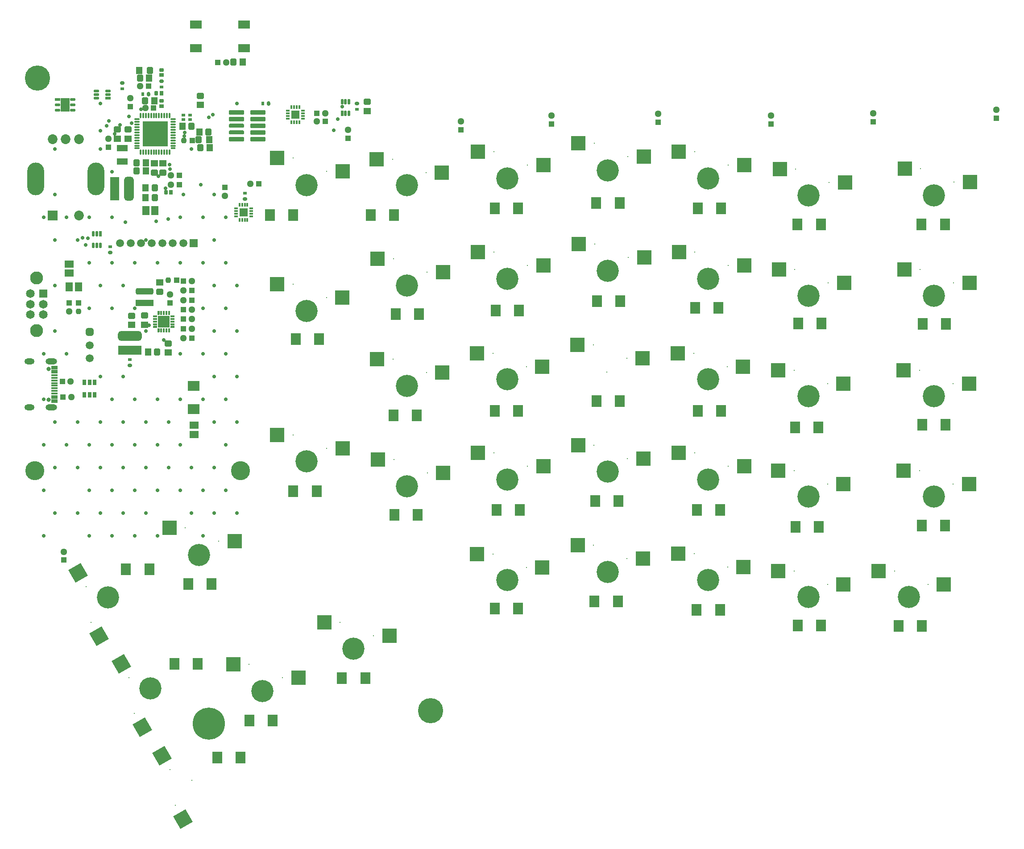
<source format=gts>
G04*
G04 #@! TF.GenerationSoftware,Altium Limited,Altium Designer,24.8.2 (39)*
G04*
G04 Layer_Color=8388736*
%FSLAX44Y44*%
%MOMM*%
G71*
G04*
G04 #@! TF.SameCoordinates,725FF0F6-F25A-4342-A06E-65F6636654C1*
G04*
G04*
G04 #@! TF.FilePolarity,Negative*
G04*
G01*
G75*
%ADD36R,1.8796X2.2606*%
%ADD60R,0.6858X0.5842*%
%ADD71R,2.2606X1.8796*%
%ADD80R,0.9600X0.3600*%
G04:AMPARAMS|DCode=81|XSize=0.36mm|YSize=0.96mm|CornerRadius=0.115mm|HoleSize=0mm|Usage=FLASHONLY|Rotation=270.000|XOffset=0mm|YOffset=0mm|HoleType=Round|Shape=RoundedRectangle|*
%AMROUNDEDRECTD81*
21,1,0.3600,0.7300,0,0,270.0*
21,1,0.1300,0.9600,0,0,270.0*
1,1,0.2300,-0.3650,-0.0650*
1,1,0.2300,-0.3650,0.0650*
1,1,0.2300,0.3650,0.0650*
1,1,0.2300,0.3650,-0.0650*
%
%ADD81ROUNDEDRECTD81*%
G04:AMPARAMS|DCode=82|XSize=0.36mm|YSize=0.96mm|CornerRadius=0.115mm|HoleSize=0mm|Usage=FLASHONLY|Rotation=180.000|XOffset=0mm|YOffset=0mm|HoleType=Round|Shape=RoundedRectangle|*
%AMROUNDEDRECTD82*
21,1,0.3600,0.7300,0,0,180.0*
21,1,0.1300,0.9600,0,0,180.0*
1,1,0.2300,-0.0650,0.3650*
1,1,0.2300,0.0650,0.3650*
1,1,0.2300,0.0650,-0.3650*
1,1,0.2300,-0.0650,-0.3650*
%
%ADD82ROUNDEDRECTD82*%
%ADD83R,4.8000X4.8000*%
%ADD84R,1.2400X0.7000*%
%ADD85R,1.2400X0.4000*%
%ADD86R,2.3032X1.6032*%
%ADD87R,2.1900X2.1900*%
%ADD88R,0.8032X0.6032*%
G04:AMPARAMS|DCode=89|XSize=0.8032mm|YSize=0.6032mm|CornerRadius=0.2016mm|HoleSize=0mm|Usage=FLASHONLY|Rotation=180.000|XOffset=0mm|YOffset=0mm|HoleType=Round|Shape=RoundedRectangle|*
%AMROUNDEDRECTD89*
21,1,0.8032,0.2000,0,0,180.0*
21,1,0.4000,0.6032,0,0,180.0*
1,1,0.4032,-0.2000,0.1000*
1,1,0.4032,0.2000,0.1000*
1,1,0.4032,0.2000,-0.1000*
1,1,0.4032,-0.2000,-0.1000*
%
%ADD89ROUNDEDRECTD89*%
%ADD90R,0.5400X1.0400*%
G04:AMPARAMS|DCode=91|XSize=0.54mm|YSize=1.04mm|CornerRadius=0.17mm|HoleSize=0mm|Usage=FLASHONLY|Rotation=180.000|XOffset=0mm|YOffset=0mm|HoleType=Round|Shape=RoundedRectangle|*
%AMROUNDEDRECTD91*
21,1,0.5400,0.7000,0,0,180.0*
21,1,0.2000,1.0400,0,0,180.0*
1,1,0.3400,-0.1000,0.3500*
1,1,0.3400,0.1000,0.3500*
1,1,0.3400,0.1000,-0.3500*
1,1,0.3400,-0.1000,-0.3500*
%
%ADD91ROUNDEDRECTD91*%
G04:AMPARAMS|DCode=92|XSize=1.4032mm|YSize=1.2032mm|CornerRadius=0.3516mm|HoleSize=0mm|Usage=FLASHONLY|Rotation=180.000|XOffset=0mm|YOffset=0mm|HoleType=Round|Shape=RoundedRectangle|*
%AMROUNDEDRECTD92*
21,1,1.4032,0.5000,0,0,180.0*
21,1,0.7000,1.2032,0,0,180.0*
1,1,0.7032,-0.3500,0.2500*
1,1,0.7032,0.3500,0.2500*
1,1,0.7032,0.3500,-0.2500*
1,1,0.7032,-0.3500,-0.2500*
%
%ADD92ROUNDEDRECTD92*%
%ADD93R,1.4032X1.2032*%
%ADD94R,2.7532X2.7032*%
%ADD95C,3.6032*%
G04:AMPARAMS|DCode=96|XSize=1.1032mm|YSize=1.1032mm|CornerRadius=0.3266mm|HoleSize=0mm|Usage=FLASHONLY|Rotation=270.000|XOffset=0mm|YOffset=0mm|HoleType=Round|Shape=RoundedRectangle|*
%AMROUNDEDRECTD96*
21,1,1.1032,0.4500,0,0,270.0*
21,1,0.4500,1.1032,0,0,270.0*
1,1,0.6532,-0.2250,-0.2250*
1,1,0.6532,-0.2250,0.2250*
1,1,0.6532,0.2250,0.2250*
1,1,0.6532,0.2250,-0.2250*
%
%ADD96ROUNDEDRECTD96*%
%ADD97R,1.1032X1.1032*%
%ADD98R,1.0032X1.0032*%
G04:AMPARAMS|DCode=99|XSize=1.0032mm|YSize=1.0032mm|CornerRadius=0.3016mm|HoleSize=0mm|Usage=FLASHONLY|Rotation=270.000|XOffset=0mm|YOffset=0mm|HoleType=Round|Shape=RoundedRectangle|*
%AMROUNDEDRECTD99*
21,1,1.0032,0.4000,0,0,270.0*
21,1,0.4000,1.0032,0,0,270.0*
1,1,0.6032,-0.2000,-0.2000*
1,1,0.6032,-0.2000,0.2000*
1,1,0.6032,0.2000,0.2000*
1,1,0.6032,0.2000,-0.2000*
%
%ADD99ROUNDEDRECTD99*%
G04:AMPARAMS|DCode=100|XSize=1.1032mm|YSize=1.1032mm|CornerRadius=0.3266mm|HoleSize=0mm|Usage=FLASHONLY|Rotation=180.000|XOffset=0mm|YOffset=0mm|HoleType=Round|Shape=RoundedRectangle|*
%AMROUNDEDRECTD100*
21,1,1.1032,0.4500,0,0,180.0*
21,1,0.4500,1.1032,0,0,180.0*
1,1,0.6532,-0.2250,0.2250*
1,1,0.6532,0.2250,0.2250*
1,1,0.6532,0.2250,-0.2250*
1,1,0.6532,-0.2250,-0.2250*
%
%ADD100ROUNDEDRECTD100*%
%ADD101R,1.1032X1.1032*%
%ADD102R,3.4032X1.2032*%
G04:AMPARAMS|DCode=103|XSize=1.2032mm|YSize=3.4032mm|CornerRadius=0.3516mm|HoleSize=0mm|Usage=FLASHONLY|Rotation=90.000|XOffset=0mm|YOffset=0mm|HoleType=Round|Shape=RoundedRectangle|*
%AMROUNDEDRECTD103*
21,1,1.2032,2.7000,0,0,90.0*
21,1,0.5000,3.4032,0,0,90.0*
1,1,0.7032,1.3500,0.2500*
1,1,0.7032,1.3500,-0.2500*
1,1,0.7032,-1.3500,-0.2500*
1,1,0.7032,-1.3500,0.2500*
%
%ADD103ROUNDEDRECTD103*%
G04:AMPARAMS|DCode=104|XSize=1.4032mm|YSize=1.2032mm|CornerRadius=0.3516mm|HoleSize=0mm|Usage=FLASHONLY|Rotation=90.000|XOffset=0mm|YOffset=0mm|HoleType=Round|Shape=RoundedRectangle|*
%AMROUNDEDRECTD104*
21,1,1.4032,0.5000,0,0,90.0*
21,1,0.7000,1.2032,0,0,90.0*
1,1,0.7032,0.2500,0.3500*
1,1,0.7032,0.2500,-0.3500*
1,1,0.7032,-0.2500,-0.3500*
1,1,0.7032,-0.2500,0.3500*
%
%ADD104ROUNDEDRECTD104*%
%ADD105R,1.2032X1.4032*%
%ADD106R,4.5032X1.8032*%
G04:AMPARAMS|DCode=107|XSize=1.8032mm|YSize=4.5032mm|CornerRadius=0.5016mm|HoleSize=0mm|Usage=FLASHONLY|Rotation=90.000|XOffset=0mm|YOffset=0mm|HoleType=Round|Shape=RoundedRectangle|*
%AMROUNDEDRECTD107*
21,1,1.8032,3.5000,0,0,90.0*
21,1,0.8000,4.5032,0,0,90.0*
1,1,1.0032,1.7500,0.4000*
1,1,1.0032,1.7500,-0.4000*
1,1,1.0032,-1.7500,-0.4000*
1,1,1.0032,-1.7500,0.4000*
%
%ADD107ROUNDEDRECTD107*%
%ADD108R,1.5900X1.5900*%
G04:AMPARAMS|DCode=109|XSize=0.74mm|YSize=0.4mm|CornerRadius=0.1025mm|HoleSize=0mm|Usage=FLASHONLY|Rotation=0.000|XOffset=0mm|YOffset=0mm|HoleType=Round|Shape=RoundedRectangle|*
%AMROUNDEDRECTD109*
21,1,0.7400,0.1950,0,0,0.0*
21,1,0.5350,0.4000,0,0,0.0*
1,1,0.2050,0.2675,-0.0975*
1,1,0.2050,-0.2675,-0.0975*
1,1,0.2050,-0.2675,0.0975*
1,1,0.2050,0.2675,0.0975*
%
%ADD109ROUNDEDRECTD109*%
%ADD110R,0.7400X0.4000*%
G04:AMPARAMS|DCode=111|XSize=0.74mm|YSize=0.4mm|CornerRadius=0.1025mm|HoleSize=0mm|Usage=FLASHONLY|Rotation=90.000|XOffset=0mm|YOffset=0mm|HoleType=Round|Shape=RoundedRectangle|*
%AMROUNDEDRECTD111*
21,1,0.7400,0.1950,0,0,90.0*
21,1,0.5350,0.4000,0,0,90.0*
1,1,0.2050,0.0975,0.2675*
1,1,0.2050,0.0975,-0.2675*
1,1,0.2050,-0.0975,-0.2675*
1,1,0.2050,-0.0975,0.2675*
%
%ADD111ROUNDEDRECTD111*%
G04:AMPARAMS|DCode=112|XSize=0.8032mm|YSize=0.6032mm|CornerRadius=0.2016mm|HoleSize=0mm|Usage=FLASHONLY|Rotation=90.000|XOffset=0mm|YOffset=0mm|HoleType=Round|Shape=RoundedRectangle|*
%AMROUNDEDRECTD112*
21,1,0.8032,0.2000,0,0,90.0*
21,1,0.4000,0.6032,0,0,90.0*
1,1,0.4032,0.1000,0.2000*
1,1,0.4032,0.1000,-0.2000*
1,1,0.4032,-0.1000,-0.2000*
1,1,0.4032,-0.1000,0.2000*
%
%ADD112ROUNDEDRECTD112*%
%ADD113R,0.6032X0.8032*%
%ADD114R,1.7400X2.6400*%
G04:AMPARAMS|DCode=115|XSize=0.59mm|YSize=0.99mm|CornerRadius=0.1825mm|HoleSize=0mm|Usage=FLASHONLY|Rotation=90.000|XOffset=0mm|YOffset=0mm|HoleType=Round|Shape=RoundedRectangle|*
%AMROUNDEDRECTD115*
21,1,0.5900,0.6250,0,0,90.0*
21,1,0.2250,0.9900,0,0,90.0*
1,1,0.3650,0.3125,0.1125*
1,1,0.3650,0.3125,-0.1125*
1,1,0.3650,-0.3125,-0.1125*
1,1,0.3650,-0.3125,0.1125*
%
%ADD115ROUNDEDRECTD115*%
%ADD116R,0.9900X0.5900*%
%ADD117R,1.3632X1.6732*%
G04:AMPARAMS|DCode=118|XSize=1.8032mm|YSize=4.5032mm|CornerRadius=0.5016mm|HoleSize=0mm|Usage=FLASHONLY|Rotation=0.000|XOffset=0mm|YOffset=0mm|HoleType=Round|Shape=RoundedRectangle|*
%AMROUNDEDRECTD118*
21,1,1.8032,3.5000,0,0,0.0*
21,1,0.8000,4.5032,0,0,0.0*
1,1,1.0032,0.4000,-1.7500*
1,1,1.0032,-0.4000,-1.7500*
1,1,1.0032,-0.4000,1.7500*
1,1,1.0032,0.4000,1.7500*
%
%ADD118ROUNDEDRECTD118*%
%ADD119R,1.8032X4.5032*%
%ADD120R,2.1032X1.3032*%
%ADD121R,0.8432X0.6732*%
G04:AMPARAMS|DCode=122|XSize=0.8432mm|YSize=0.6732mm|CornerRadius=0.2191mm|HoleSize=0mm|Usage=FLASHONLY|Rotation=180.000|XOffset=0mm|YOffset=0mm|HoleType=Round|Shape=RoundedRectangle|*
%AMROUNDEDRECTD122*
21,1,0.8432,0.2350,0,0,180.0*
21,1,0.4050,0.6732,0,0,180.0*
1,1,0.4382,-0.2025,0.1175*
1,1,0.4382,0.2025,0.1175*
1,1,0.4382,0.2025,-0.1175*
1,1,0.4382,-0.2025,-0.1175*
%
%ADD122ROUNDEDRECTD122*%
%ADD123R,0.7032X0.8432*%
G04:AMPARAMS|DCode=124|XSize=0.8432mm|YSize=0.7032mm|CornerRadius=0.2266mm|HoleSize=0mm|Usage=FLASHONLY|Rotation=270.000|XOffset=0mm|YOffset=0mm|HoleType=Round|Shape=RoundedRectangle|*
%AMROUNDEDRECTD124*
21,1,0.8432,0.2500,0,0,270.0*
21,1,0.3900,0.7032,0,0,270.0*
1,1,0.4532,-0.1250,-0.1950*
1,1,0.4532,-0.1250,0.1950*
1,1,0.4532,0.1250,0.1950*
1,1,0.4532,0.1250,-0.1950*
%
%ADD124ROUNDEDRECTD124*%
G04:AMPARAMS|DCode=125|XSize=1.0032mm|YSize=1.0032mm|CornerRadius=0.3016mm|HoleSize=0mm|Usage=FLASHONLY|Rotation=0.000|XOffset=0mm|YOffset=0mm|HoleType=Round|Shape=RoundedRectangle|*
%AMROUNDEDRECTD125*
21,1,1.0032,0.4000,0,0,0.0*
21,1,0.4000,1.0032,0,0,0.0*
1,1,0.6032,0.2000,-0.2000*
1,1,0.6032,-0.2000,-0.2000*
1,1,0.6032,-0.2000,0.2000*
1,1,0.6032,0.2000,0.2000*
%
%ADD125ROUNDEDRECTD125*%
%ADD126R,1.0032X1.0032*%
%ADD127R,1.6732X1.3632*%
%ADD128R,0.7508X1.0508*%
%ADD129R,0.6732X0.8432*%
G04:AMPARAMS|DCode=130|XSize=0.8432mm|YSize=0.6732mm|CornerRadius=0.2191mm|HoleSize=0mm|Usage=FLASHONLY|Rotation=270.000|XOffset=0mm|YOffset=0mm|HoleType=Round|Shape=RoundedRectangle|*
%AMROUNDEDRECTD130*
21,1,0.8432,0.2350,0,0,270.0*
21,1,0.4050,0.6732,0,0,270.0*
1,1,0.4382,-0.1175,-0.2025*
1,1,0.4382,-0.1175,0.2025*
1,1,0.4382,0.1175,0.2025*
1,1,0.4382,0.1175,-0.2025*
%
%ADD130ROUNDEDRECTD130*%
G04:AMPARAMS|DCode=131|XSize=2.8956mm|YSize=0.8382mm|CornerRadius=0.235mm|HoleSize=0mm|Usage=FLASHONLY|Rotation=0.000|XOffset=0mm|YOffset=0mm|HoleType=Round|Shape=RoundedRectangle|*
%AMROUNDEDRECTD131*
21,1,2.8956,0.3683,0,0,0.0*
21,1,2.4257,0.8382,0,0,0.0*
1,1,0.4699,1.2129,-0.1842*
1,1,0.4699,-1.2129,-0.1842*
1,1,0.4699,-1.2129,0.1842*
1,1,0.4699,1.2129,0.1842*
%
%ADD131ROUNDEDRECTD131*%
G04:AMPARAMS|DCode=132|XSize=2.8956mm|YSize=0.762mm|CornerRadius=0.2159mm|HoleSize=0mm|Usage=FLASHONLY|Rotation=0.000|XOffset=0mm|YOffset=0mm|HoleType=Round|Shape=RoundedRectangle|*
%AMROUNDEDRECTD132*
21,1,2.8956,0.3302,0,0,0.0*
21,1,2.4638,0.7620,0,0,0.0*
1,1,0.4318,1.2319,-0.1651*
1,1,0.4318,-1.2319,-0.1651*
1,1,0.4318,-1.2319,0.1651*
1,1,0.4318,1.2319,0.1651*
%
%ADD132ROUNDEDRECTD132*%
%ADD133R,1.0400X0.5400*%
G04:AMPARAMS|DCode=134|XSize=0.54mm|YSize=1.04mm|CornerRadius=0.17mm|HoleSize=0mm|Usage=FLASHONLY|Rotation=270.000|XOffset=0mm|YOffset=0mm|HoleType=Round|Shape=RoundedRectangle|*
%AMROUNDEDRECTD134*
21,1,0.5400,0.7000,0,0,270.0*
21,1,0.2000,1.0400,0,0,270.0*
1,1,0.3400,-0.3500,-0.1000*
1,1,0.3400,-0.3500,0.1000*
1,1,0.3400,0.3500,0.1000*
1,1,0.3400,0.3500,-0.1000*
%
%ADD134ROUNDEDRECTD134*%
G04:AMPARAMS|DCode=135|XSize=2.7532mm|YSize=2.7032mm|CornerRadius=0mm|HoleSize=0mm|Usage=FLASHONLY|Rotation=120.000|XOffset=0mm|YOffset=0mm|HoleType=Round|Shape=Rectangle|*
%AMROTATEDRECTD135*
4,1,4,1.8588,-0.5164,-0.4822,-1.8680,-1.8588,0.5164,0.4822,1.8680,1.8588,-0.5164,0.0*
%
%ADD135ROTATEDRECTD135*%

%ADD136C,0.7032*%
%ADD137C,0.8032*%
%ADD138O,2.2032X1.1032*%
%ADD139O,1.9032X1.1032*%
%ADD140R,1.6412X1.6412*%
%ADD141C,1.6412*%
%ADD142C,2.4682*%
%ADD143C,0.2032*%
%ADD144R,1.5112X1.5112*%
%ADD145C,1.5112*%
%ADD146R,1.8532X1.8532*%
%ADD147C,1.8532*%
%ADD148O,3.2032X6.2032*%
%ADD149C,4.7752*%
G04:AMPARAMS|DCode=150|XSize=1.5112mm|YSize=1.5112mm|CornerRadius=0.4286mm|HoleSize=0mm|Usage=FLASHONLY|Rotation=90.000|XOffset=0mm|YOffset=0mm|HoleType=Round|Shape=RoundedRectangle|*
%AMROUNDEDRECTD150*
21,1,1.5112,0.6540,0,0,90.0*
21,1,0.6540,1.5112,0,0,90.0*
1,1,0.8572,0.3270,0.3270*
1,1,0.8572,0.3270,-0.3270*
1,1,0.8572,-0.3270,-0.3270*
1,1,0.8572,-0.3270,0.3270*
%
%ADD150ROUNDEDRECTD150*%
%ADD151C,4.2032*%
%ADD152C,6.1032*%
%ADD153C,0.7366*%
G36*
X287832Y427606D02*
X287852D01*
X287882Y427596D01*
X287902D01*
X287932Y427586D01*
X287952Y427576D01*
X287982Y427566D01*
X288002Y427546D01*
X288022Y427536D01*
X288042Y427516D01*
X288062Y427506D01*
X288082Y427486D01*
X288102Y427466D01*
X288122Y427446D01*
X288142Y427426D01*
X288152Y427406D01*
X288172Y427386D01*
X288182Y427366D01*
X288202Y427346D01*
X288212Y427316D01*
X288222Y427296D01*
X288232Y427266D01*
Y427246D01*
X288242Y427216D01*
Y427196D01*
X288252Y427166D01*
Y420666D01*
X288242Y420636D01*
Y420616D01*
X288232Y420586D01*
Y420566D01*
X288222Y420536D01*
X288212Y420516D01*
X288202Y420486D01*
X288182Y420466D01*
X288172Y420446D01*
X288152Y420426D01*
X288142Y420406D01*
X288122Y420386D01*
X288102Y420366D01*
X288082Y420346D01*
X288062Y420326D01*
X288042Y420316D01*
X288022Y420296D01*
X288002Y420286D01*
X287982Y420266D01*
X287952Y420256D01*
X287932Y420246D01*
X287902Y420236D01*
X287882D01*
X287852Y420226D01*
X287832D01*
X287802Y420216D01*
X284902D01*
X284872Y420226D01*
X284852D01*
X284822Y420236D01*
X284802D01*
X284772Y420246D01*
X284752Y420256D01*
X284722Y420266D01*
X284702Y420286D01*
X284682Y420296D01*
X284662Y420316D01*
X284642Y420326D01*
X284622Y420346D01*
X284602Y420366D01*
X284582Y420386D01*
X284562Y420406D01*
X284552Y420426D01*
X284532Y420446D01*
X284522Y420466D01*
X284502Y420486D01*
X284492Y420516D01*
X284482Y420536D01*
X284472Y420566D01*
Y420586D01*
X284462Y420616D01*
Y420636D01*
X284452Y420666D01*
Y427166D01*
X284462Y427196D01*
Y427216D01*
X284472Y427246D01*
Y427266D01*
X284482Y427296D01*
X284492Y427316D01*
X284502Y427346D01*
X284522Y427366D01*
X284532Y427386D01*
X284552Y427406D01*
X284562Y427426D01*
X284582Y427446D01*
X284602Y427466D01*
X284622Y427486D01*
X284642Y427506D01*
X284662Y427516D01*
X284682Y427536D01*
X284702Y427546D01*
X284722Y427566D01*
X284752Y427576D01*
X284772Y427586D01*
X284802Y427596D01*
X284822D01*
X284852Y427606D01*
X284872D01*
X284902Y427616D01*
X287802D01*
X287832Y427606D01*
D02*
G37*
G36*
X282832D02*
X282852D01*
X282882Y427596D01*
X282902D01*
X282932Y427586D01*
X282952Y427576D01*
X282982Y427566D01*
X283002Y427546D01*
X283022Y427536D01*
X283042Y427516D01*
X283062Y427506D01*
X283082Y427486D01*
X283102Y427466D01*
X283122Y427446D01*
X283142Y427426D01*
X283152Y427406D01*
X283172Y427386D01*
X283182Y427366D01*
X283202Y427346D01*
X283212Y427316D01*
X283222Y427296D01*
X283232Y427266D01*
Y427246D01*
X283242Y427216D01*
Y427196D01*
X283252Y427166D01*
Y420666D01*
X283242Y420636D01*
Y420616D01*
X283232Y420586D01*
Y420566D01*
X283222Y420536D01*
X283212Y420516D01*
X283202Y420486D01*
X283182Y420466D01*
X283172Y420446D01*
X283152Y420426D01*
X283142Y420406D01*
X283122Y420386D01*
X283102Y420366D01*
X283082Y420346D01*
X283062Y420326D01*
X283042Y420316D01*
X283022Y420296D01*
X283002Y420286D01*
X282982Y420266D01*
X282952Y420256D01*
X282932Y420246D01*
X282902Y420236D01*
X282882D01*
X282852Y420226D01*
X282832D01*
X282802Y420216D01*
X279902D01*
X279872Y420226D01*
X279852D01*
X279822Y420236D01*
X279802D01*
X279772Y420246D01*
X279752Y420256D01*
X279722Y420266D01*
X279702Y420286D01*
X279682Y420296D01*
X279662Y420316D01*
X279642Y420326D01*
X279622Y420346D01*
X279602Y420366D01*
X279582Y420386D01*
X279562Y420406D01*
X279552Y420426D01*
X279532Y420446D01*
X279522Y420466D01*
X279502Y420486D01*
X279492Y420516D01*
X279482Y420536D01*
X279472Y420566D01*
Y420586D01*
X279462Y420616D01*
Y420636D01*
X279452Y420666D01*
Y427166D01*
X279462Y427196D01*
Y427216D01*
X279472Y427246D01*
Y427266D01*
X279482Y427296D01*
X279492Y427316D01*
X279502Y427346D01*
X279522Y427366D01*
X279532Y427386D01*
X279552Y427406D01*
X279562Y427426D01*
X279582Y427446D01*
X279602Y427466D01*
X279622Y427486D01*
X279642Y427506D01*
X279662Y427516D01*
X279682Y427536D01*
X279702Y427546D01*
X279722Y427566D01*
X279752Y427576D01*
X279772Y427586D01*
X279802Y427596D01*
X279822D01*
X279852Y427606D01*
X279872D01*
X279902Y427616D01*
X282802D01*
X282832Y427606D01*
D02*
G37*
G36*
X277832D02*
X277852D01*
X277882Y427596D01*
X277902D01*
X277932Y427586D01*
X277952Y427576D01*
X277982Y427566D01*
X278002Y427546D01*
X278022Y427536D01*
X278042Y427516D01*
X278062Y427506D01*
X278082Y427486D01*
X278102Y427466D01*
X278122Y427446D01*
X278142Y427426D01*
X278152Y427406D01*
X278172Y427386D01*
X278182Y427366D01*
X278202Y427346D01*
X278212Y427316D01*
X278222Y427296D01*
X278232Y427266D01*
Y427246D01*
X278242Y427216D01*
Y427196D01*
X278252Y427166D01*
Y420666D01*
X278242Y420636D01*
Y420616D01*
X278232Y420586D01*
Y420566D01*
X278222Y420536D01*
X278212Y420516D01*
X278202Y420486D01*
X278182Y420466D01*
X278172Y420446D01*
X278152Y420426D01*
X278142Y420406D01*
X278122Y420386D01*
X278102Y420366D01*
X278082Y420346D01*
X278062Y420326D01*
X278042Y420316D01*
X278022Y420296D01*
X278002Y420286D01*
X277982Y420266D01*
X277952Y420256D01*
X277932Y420246D01*
X277902Y420236D01*
X277882D01*
X277852Y420226D01*
X277832D01*
X277802Y420216D01*
X274902D01*
X274872Y420226D01*
X274852D01*
X274822Y420236D01*
X274802D01*
X274772Y420246D01*
X274752Y420256D01*
X274722Y420266D01*
X274702Y420286D01*
X274682Y420296D01*
X274662Y420316D01*
X274642Y420326D01*
X274622Y420346D01*
X274602Y420366D01*
X274582Y420386D01*
X274562Y420406D01*
X274552Y420426D01*
X274532Y420446D01*
X274522Y420466D01*
X274502Y420486D01*
X274492Y420516D01*
X274482Y420536D01*
X274472Y420566D01*
Y420586D01*
X274462Y420616D01*
Y420636D01*
X274452Y420666D01*
Y427166D01*
X274462Y427196D01*
Y427216D01*
X274472Y427246D01*
Y427266D01*
X274482Y427296D01*
X274492Y427316D01*
X274502Y427346D01*
X274522Y427366D01*
X274532Y427386D01*
X274552Y427406D01*
X274562Y427426D01*
X274582Y427446D01*
X274602Y427466D01*
X274622Y427486D01*
X274642Y427506D01*
X274662Y427516D01*
X274682Y427536D01*
X274702Y427546D01*
X274722Y427566D01*
X274752Y427576D01*
X274772Y427586D01*
X274802Y427596D01*
X274822D01*
X274852Y427606D01*
X274872D01*
X274902Y427616D01*
X277802D01*
X277832Y427606D01*
D02*
G37*
G36*
X272832D02*
X272852D01*
X272882Y427596D01*
X272902D01*
X272932Y427586D01*
X272952Y427576D01*
X272982Y427566D01*
X273002Y427546D01*
X273022Y427536D01*
X273042Y427516D01*
X273062Y427506D01*
X273082Y427486D01*
X273102Y427466D01*
X273122Y427446D01*
X273142Y427426D01*
X273152Y427406D01*
X273172Y427386D01*
X273182Y427366D01*
X273202Y427346D01*
X273212Y427316D01*
X273222Y427296D01*
X273232Y427266D01*
Y427246D01*
X273242Y427216D01*
Y427196D01*
X273252Y427166D01*
Y420666D01*
X273242Y420636D01*
Y420616D01*
X273232Y420586D01*
Y420566D01*
X273222Y420536D01*
X273212Y420516D01*
X273202Y420486D01*
X273182Y420466D01*
X273172Y420446D01*
X273152Y420426D01*
X273142Y420406D01*
X273122Y420386D01*
X273102Y420366D01*
X273082Y420346D01*
X273062Y420326D01*
X273042Y420316D01*
X273022Y420296D01*
X273002Y420286D01*
X272982Y420266D01*
X272952Y420256D01*
X272932Y420246D01*
X272902Y420236D01*
X272882D01*
X272852Y420226D01*
X272832D01*
X272802Y420216D01*
X269902D01*
X269872Y420226D01*
X269852D01*
X269822Y420236D01*
X269802D01*
X269772Y420246D01*
X269752Y420256D01*
X269722Y420266D01*
X269702Y420286D01*
X269682Y420296D01*
X269662Y420316D01*
X269642Y420326D01*
X269622Y420346D01*
X269602Y420366D01*
X269582Y420386D01*
X269562Y420406D01*
X269552Y420426D01*
X269532Y420446D01*
X269522Y420466D01*
X269502Y420486D01*
X269492Y420516D01*
X269482Y420536D01*
X269472Y420566D01*
Y420586D01*
X269462Y420616D01*
Y420636D01*
X269452Y420666D01*
Y427166D01*
X269462Y427196D01*
Y427216D01*
X269472Y427246D01*
Y427266D01*
X269482Y427296D01*
X269492Y427316D01*
X269502Y427346D01*
X269522Y427366D01*
X269532Y427386D01*
X269552Y427406D01*
X269562Y427426D01*
X269582Y427446D01*
X269602Y427466D01*
X269622Y427486D01*
X269642Y427506D01*
X269662Y427516D01*
X269682Y427536D01*
X269702Y427546D01*
X269722Y427566D01*
X269752Y427576D01*
X269772Y427586D01*
X269802Y427596D01*
X269822D01*
X269852Y427606D01*
X269872D01*
X269902Y427616D01*
X272802D01*
X272832Y427606D01*
D02*
G37*
G36*
X267832D02*
X267852D01*
X267882Y427596D01*
X267902D01*
X267932Y427586D01*
X267952Y427576D01*
X267982Y427566D01*
X268002Y427546D01*
X268022Y427536D01*
X268042Y427516D01*
X268062Y427506D01*
X268082Y427486D01*
X268102Y427466D01*
X268122Y427446D01*
X268142Y427426D01*
X268152Y427406D01*
X268172Y427386D01*
X268182Y427366D01*
X268202Y427346D01*
X268212Y427316D01*
X268222Y427296D01*
X268232Y427266D01*
Y427246D01*
X268242Y427216D01*
Y427196D01*
X268252Y427166D01*
Y420666D01*
X268242Y420636D01*
Y420616D01*
X268232Y420586D01*
Y420566D01*
X268222Y420536D01*
X268212Y420516D01*
X268202Y420486D01*
X268182Y420466D01*
X268172Y420446D01*
X268152Y420426D01*
X268142Y420406D01*
X268122Y420386D01*
X268102Y420366D01*
X268082Y420346D01*
X268062Y420326D01*
X268042Y420316D01*
X268022Y420296D01*
X268002Y420286D01*
X267982Y420266D01*
X267952Y420256D01*
X267932Y420246D01*
X267902Y420236D01*
X267882D01*
X267852Y420226D01*
X267832D01*
X267802Y420216D01*
X264902D01*
X264872Y420226D01*
X264852D01*
X264822Y420236D01*
X264802D01*
X264772Y420246D01*
X264752Y420256D01*
X264722Y420266D01*
X264702Y420286D01*
X264682Y420296D01*
X264662Y420316D01*
X264642Y420326D01*
X264622Y420346D01*
X264602Y420366D01*
X264582Y420386D01*
X264562Y420406D01*
X264552Y420426D01*
X264532Y420446D01*
X264522Y420466D01*
X264502Y420486D01*
X264492Y420516D01*
X264482Y420536D01*
X264472Y420566D01*
Y420586D01*
X264462Y420616D01*
Y420636D01*
X264452Y420666D01*
Y427166D01*
X264462Y427196D01*
Y427216D01*
X264472Y427246D01*
Y427266D01*
X264482Y427296D01*
X264492Y427316D01*
X264502Y427346D01*
X264522Y427366D01*
X264532Y427386D01*
X264552Y427406D01*
X264562Y427426D01*
X264582Y427446D01*
X264602Y427466D01*
X264622Y427486D01*
X264642Y427506D01*
X264662Y427516D01*
X264682Y427536D01*
X264702Y427546D01*
X264722Y427566D01*
X264752Y427576D01*
X264772Y427586D01*
X264802Y427596D01*
X264822D01*
X264852Y427606D01*
X264872D01*
X264902Y427616D01*
X267802D01*
X267832Y427606D01*
D02*
G37*
G36*
X296132Y419306D02*
X296152D01*
X296182Y419296D01*
X296202D01*
X296232Y419286D01*
X296252Y419276D01*
X296282Y419266D01*
X296302Y419246D01*
X296322Y419236D01*
X296342Y419216D01*
X296362Y419206D01*
X296382Y419186D01*
X296402Y419166D01*
X296422Y419146D01*
X296442Y419126D01*
X296452Y419106D01*
X296472Y419086D01*
X296482Y419066D01*
X296502Y419046D01*
X296512Y419016D01*
X296522Y418996D01*
X296532Y418966D01*
Y418946D01*
X296542Y418916D01*
Y418896D01*
X296552Y418866D01*
Y415966D01*
X296542Y415936D01*
Y415916D01*
X296532Y415886D01*
Y415866D01*
X296522Y415836D01*
X296512Y415816D01*
X296502Y415786D01*
X296482Y415766D01*
X296472Y415746D01*
X296452Y415726D01*
X296442Y415706D01*
X296422Y415686D01*
X296402Y415666D01*
X296382Y415646D01*
X296362Y415626D01*
X296342Y415616D01*
X296322Y415596D01*
X296302Y415586D01*
X296282Y415566D01*
X296252Y415556D01*
X296232Y415546D01*
X296202Y415536D01*
X296182D01*
X296152Y415526D01*
X296132D01*
X296102Y415516D01*
X289602D01*
X289572Y415526D01*
X289552D01*
X289522Y415536D01*
X289502D01*
X289472Y415546D01*
X289452Y415556D01*
X289422Y415566D01*
X289402Y415586D01*
X289382Y415596D01*
X289362Y415616D01*
X289342Y415626D01*
X289322Y415646D01*
X289302Y415666D01*
X289282Y415686D01*
X289262Y415706D01*
X289252Y415726D01*
X289232Y415746D01*
X289222Y415766D01*
X289202Y415786D01*
X289192Y415816D01*
X289182Y415836D01*
X289172Y415866D01*
Y415886D01*
X289162Y415916D01*
Y415936D01*
X289152Y415966D01*
Y418866D01*
X289162Y418896D01*
Y418916D01*
X289172Y418946D01*
Y418966D01*
X289182Y418996D01*
X289192Y419016D01*
X289202Y419046D01*
X289222Y419066D01*
X289232Y419086D01*
X289252Y419106D01*
X289262Y419126D01*
X289282Y419146D01*
X289302Y419166D01*
X289322Y419186D01*
X289342Y419206D01*
X289362Y419216D01*
X289382Y419236D01*
X289402Y419246D01*
X289422Y419266D01*
X289452Y419276D01*
X289472Y419286D01*
X289502Y419296D01*
X289522D01*
X289552Y419306D01*
X289572D01*
X289602Y419316D01*
X296102D01*
X296132Y419306D01*
D02*
G37*
G36*
X263132D02*
X263152D01*
X263182Y419296D01*
X263202D01*
X263232Y419286D01*
X263252Y419276D01*
X263282Y419266D01*
X263302Y419246D01*
X263322Y419236D01*
X263342Y419216D01*
X263362Y419206D01*
X263382Y419186D01*
X263402Y419166D01*
X263422Y419146D01*
X263442Y419126D01*
X263452Y419106D01*
X263472Y419086D01*
X263482Y419066D01*
X263502Y419046D01*
X263512Y419016D01*
X263522Y418996D01*
X263532Y418966D01*
Y418946D01*
X263542Y418916D01*
Y418896D01*
X263552Y418866D01*
Y415966D01*
X263542Y415936D01*
Y415916D01*
X263532Y415886D01*
Y415866D01*
X263522Y415836D01*
X263512Y415816D01*
X263502Y415786D01*
X263482Y415766D01*
X263472Y415746D01*
X263452Y415726D01*
X263442Y415706D01*
X263422Y415686D01*
X263402Y415666D01*
X263382Y415646D01*
X263362Y415626D01*
X263342Y415616D01*
X263322Y415596D01*
X263302Y415586D01*
X263282Y415566D01*
X263252Y415556D01*
X263232Y415546D01*
X263202Y415536D01*
X263182D01*
X263152Y415526D01*
X263132D01*
X263102Y415516D01*
X256602D01*
X256572Y415526D01*
X256552D01*
X256522Y415536D01*
X256502D01*
X256472Y415546D01*
X256452Y415556D01*
X256422Y415566D01*
X256402Y415586D01*
X256382Y415596D01*
X256362Y415616D01*
X256342Y415626D01*
X256322Y415646D01*
X256302Y415666D01*
X256282Y415686D01*
X256262Y415706D01*
X256252Y415726D01*
X256232Y415746D01*
X256222Y415766D01*
X256202Y415786D01*
X256192Y415816D01*
X256182Y415836D01*
X256172Y415866D01*
Y415886D01*
X256162Y415916D01*
Y415936D01*
X256152Y415966D01*
Y418866D01*
X256162Y418896D01*
Y418916D01*
X256172Y418946D01*
Y418966D01*
X256182Y418996D01*
X256192Y419016D01*
X256202Y419046D01*
X256222Y419066D01*
X256232Y419086D01*
X256252Y419106D01*
X256262Y419126D01*
X256282Y419146D01*
X256302Y419166D01*
X256322Y419186D01*
X256342Y419206D01*
X256362Y419216D01*
X256382Y419236D01*
X256402Y419246D01*
X256422Y419266D01*
X256452Y419276D01*
X256472Y419286D01*
X256502Y419296D01*
X256522D01*
X256552Y419306D01*
X256572D01*
X256602Y419316D01*
X263102D01*
X263132Y419306D01*
D02*
G37*
G36*
X296132Y414306D02*
X296152D01*
X296182Y414296D01*
X296202D01*
X296232Y414286D01*
X296252Y414276D01*
X296282Y414266D01*
X296302Y414246D01*
X296322Y414236D01*
X296342Y414216D01*
X296362Y414206D01*
X296382Y414186D01*
X296402Y414166D01*
X296422Y414146D01*
X296442Y414126D01*
X296452Y414106D01*
X296472Y414086D01*
X296482Y414066D01*
X296502Y414046D01*
X296512Y414016D01*
X296522Y413996D01*
X296532Y413966D01*
Y413946D01*
X296542Y413916D01*
Y413896D01*
X296552Y413866D01*
Y410966D01*
X296542Y410936D01*
Y410916D01*
X296532Y410886D01*
Y410866D01*
X296522Y410836D01*
X296512Y410816D01*
X296502Y410786D01*
X296482Y410766D01*
X296472Y410746D01*
X296452Y410726D01*
X296442Y410706D01*
X296422Y410686D01*
X296402Y410666D01*
X296382Y410646D01*
X296362Y410626D01*
X296342Y410616D01*
X296322Y410596D01*
X296302Y410586D01*
X296282Y410566D01*
X296252Y410556D01*
X296232Y410546D01*
X296202Y410536D01*
X296182D01*
X296152Y410526D01*
X296132D01*
X296102Y410516D01*
X289602D01*
X289572Y410526D01*
X289552D01*
X289522Y410536D01*
X289502D01*
X289472Y410546D01*
X289452Y410556D01*
X289422Y410566D01*
X289402Y410586D01*
X289382Y410596D01*
X289362Y410616D01*
X289342Y410626D01*
X289322Y410646D01*
X289302Y410666D01*
X289282Y410686D01*
X289262Y410706D01*
X289252Y410726D01*
X289232Y410746D01*
X289222Y410766D01*
X289202Y410786D01*
X289192Y410816D01*
X289182Y410836D01*
X289172Y410866D01*
Y410886D01*
X289162Y410916D01*
Y410936D01*
X289152Y410966D01*
Y413866D01*
X289162Y413896D01*
Y413916D01*
X289172Y413946D01*
Y413966D01*
X289182Y413996D01*
X289192Y414016D01*
X289202Y414046D01*
X289222Y414066D01*
X289232Y414086D01*
X289252Y414106D01*
X289262Y414126D01*
X289282Y414146D01*
X289302Y414166D01*
X289322Y414186D01*
X289342Y414206D01*
X289362Y414216D01*
X289382Y414236D01*
X289402Y414246D01*
X289422Y414266D01*
X289452Y414276D01*
X289472Y414286D01*
X289502Y414296D01*
X289522D01*
X289552Y414306D01*
X289572D01*
X289602Y414316D01*
X296102D01*
X296132Y414306D01*
D02*
G37*
G36*
X263132D02*
X263152D01*
X263182Y414296D01*
X263202D01*
X263232Y414286D01*
X263252Y414276D01*
X263282Y414266D01*
X263302Y414246D01*
X263322Y414236D01*
X263342Y414216D01*
X263362Y414206D01*
X263382Y414186D01*
X263402Y414166D01*
X263422Y414146D01*
X263442Y414126D01*
X263452Y414106D01*
X263472Y414086D01*
X263482Y414066D01*
X263502Y414046D01*
X263512Y414016D01*
X263522Y413996D01*
X263532Y413966D01*
Y413946D01*
X263542Y413916D01*
Y413896D01*
X263552Y413866D01*
Y410966D01*
X263542Y410936D01*
Y410916D01*
X263532Y410886D01*
Y410866D01*
X263522Y410836D01*
X263512Y410816D01*
X263502Y410786D01*
X263482Y410766D01*
X263472Y410746D01*
X263452Y410726D01*
X263442Y410706D01*
X263422Y410686D01*
X263402Y410666D01*
X263382Y410646D01*
X263362Y410626D01*
X263342Y410616D01*
X263322Y410596D01*
X263302Y410586D01*
X263282Y410566D01*
X263252Y410556D01*
X263232Y410546D01*
X263202Y410536D01*
X263182D01*
X263152Y410526D01*
X263132D01*
X263102Y410516D01*
X256602D01*
X256572Y410526D01*
X256552D01*
X256522Y410536D01*
X256502D01*
X256472Y410546D01*
X256452Y410556D01*
X256422Y410566D01*
X256402Y410586D01*
X256382Y410596D01*
X256362Y410616D01*
X256342Y410626D01*
X256322Y410646D01*
X256302Y410666D01*
X256282Y410686D01*
X256262Y410706D01*
X256252Y410726D01*
X256232Y410746D01*
X256222Y410766D01*
X256202Y410786D01*
X256192Y410816D01*
X256182Y410836D01*
X256172Y410866D01*
Y410886D01*
X256162Y410916D01*
Y410936D01*
X256152Y410966D01*
Y413866D01*
X256162Y413896D01*
Y413916D01*
X256172Y413946D01*
Y413966D01*
X256182Y413996D01*
X256192Y414016D01*
X256202Y414046D01*
X256222Y414066D01*
X256232Y414086D01*
X256252Y414106D01*
X256262Y414126D01*
X256282Y414146D01*
X256302Y414166D01*
X256322Y414186D01*
X256342Y414206D01*
X256362Y414216D01*
X256382Y414236D01*
X256402Y414246D01*
X256422Y414266D01*
X256452Y414276D01*
X256472Y414286D01*
X256502Y414296D01*
X256522D01*
X256552Y414306D01*
X256572D01*
X256602Y414316D01*
X263102D01*
X263132Y414306D01*
D02*
G37*
G36*
X296132Y409306D02*
X296152D01*
X296182Y409296D01*
X296202D01*
X296232Y409286D01*
X296252Y409276D01*
X296282Y409266D01*
X296302Y409246D01*
X296322Y409236D01*
X296342Y409216D01*
X296362Y409206D01*
X296382Y409186D01*
X296402Y409166D01*
X296422Y409146D01*
X296442Y409126D01*
X296452Y409106D01*
X296472Y409086D01*
X296482Y409066D01*
X296502Y409046D01*
X296512Y409016D01*
X296522Y408996D01*
X296532Y408966D01*
Y408946D01*
X296542Y408916D01*
Y408896D01*
X296552Y408866D01*
Y405966D01*
X296542Y405936D01*
Y405916D01*
X296532Y405886D01*
Y405866D01*
X296522Y405836D01*
X296512Y405816D01*
X296502Y405786D01*
X296482Y405766D01*
X296472Y405746D01*
X296452Y405726D01*
X296442Y405706D01*
X296422Y405686D01*
X296402Y405666D01*
X296382Y405646D01*
X296362Y405626D01*
X296342Y405616D01*
X296322Y405596D01*
X296302Y405586D01*
X296282Y405566D01*
X296252Y405556D01*
X296232Y405546D01*
X296202Y405536D01*
X296182D01*
X296152Y405526D01*
X296132D01*
X296102Y405516D01*
X289602D01*
X289572Y405526D01*
X289552D01*
X289522Y405536D01*
X289502D01*
X289472Y405546D01*
X289452Y405556D01*
X289422Y405566D01*
X289402Y405586D01*
X289382Y405596D01*
X289362Y405616D01*
X289342Y405626D01*
X289322Y405646D01*
X289302Y405666D01*
X289282Y405686D01*
X289262Y405706D01*
X289252Y405726D01*
X289232Y405746D01*
X289222Y405766D01*
X289202Y405786D01*
X289192Y405816D01*
X289182Y405836D01*
X289172Y405866D01*
Y405886D01*
X289162Y405916D01*
Y405936D01*
X289152Y405966D01*
Y408866D01*
X289162Y408896D01*
Y408916D01*
X289172Y408946D01*
Y408966D01*
X289182Y408996D01*
X289192Y409016D01*
X289202Y409046D01*
X289222Y409066D01*
X289232Y409086D01*
X289252Y409106D01*
X289262Y409126D01*
X289282Y409146D01*
X289302Y409166D01*
X289322Y409186D01*
X289342Y409206D01*
X289362Y409216D01*
X289382Y409236D01*
X289402Y409246D01*
X289422Y409266D01*
X289452Y409276D01*
X289472Y409286D01*
X289502Y409296D01*
X289522D01*
X289552Y409306D01*
X289572D01*
X289602Y409316D01*
X296102D01*
X296132Y409306D01*
D02*
G37*
G36*
X263132D02*
X263152D01*
X263182Y409296D01*
X263202D01*
X263232Y409286D01*
X263252Y409276D01*
X263282Y409266D01*
X263302Y409246D01*
X263322Y409236D01*
X263342Y409216D01*
X263362Y409206D01*
X263382Y409186D01*
X263402Y409166D01*
X263422Y409146D01*
X263442Y409126D01*
X263452Y409106D01*
X263472Y409086D01*
X263482Y409066D01*
X263502Y409046D01*
X263512Y409016D01*
X263522Y408996D01*
X263532Y408966D01*
Y408946D01*
X263542Y408916D01*
Y408896D01*
X263552Y408866D01*
Y405966D01*
X263542Y405936D01*
Y405916D01*
X263532Y405886D01*
Y405866D01*
X263522Y405836D01*
X263512Y405816D01*
X263502Y405786D01*
X263482Y405766D01*
X263472Y405746D01*
X263452Y405726D01*
X263442Y405706D01*
X263422Y405686D01*
X263402Y405666D01*
X263382Y405646D01*
X263362Y405626D01*
X263342Y405616D01*
X263322Y405596D01*
X263302Y405586D01*
X263282Y405566D01*
X263252Y405556D01*
X263232Y405546D01*
X263202Y405536D01*
X263182D01*
X263152Y405526D01*
X263132D01*
X263102Y405516D01*
X256602D01*
X256572Y405526D01*
X256552D01*
X256522Y405536D01*
X256502D01*
X256472Y405546D01*
X256452Y405556D01*
X256422Y405566D01*
X256402Y405586D01*
X256382Y405596D01*
X256362Y405616D01*
X256342Y405626D01*
X256322Y405646D01*
X256302Y405666D01*
X256282Y405686D01*
X256262Y405706D01*
X256252Y405726D01*
X256232Y405746D01*
X256222Y405766D01*
X256202Y405786D01*
X256192Y405816D01*
X256182Y405836D01*
X256172Y405866D01*
Y405886D01*
X256162Y405916D01*
Y405936D01*
X256152Y405966D01*
Y408866D01*
X256162Y408896D01*
Y408916D01*
X256172Y408946D01*
Y408966D01*
X256182Y408996D01*
X256192Y409016D01*
X256202Y409046D01*
X256222Y409066D01*
X256232Y409086D01*
X256252Y409106D01*
X256262Y409126D01*
X256282Y409146D01*
X256302Y409166D01*
X256322Y409186D01*
X256342Y409206D01*
X256362Y409216D01*
X256382Y409236D01*
X256402Y409246D01*
X256422Y409266D01*
X256452Y409276D01*
X256472Y409286D01*
X256502Y409296D01*
X256522D01*
X256552Y409306D01*
X256572D01*
X256602Y409316D01*
X263102D01*
X263132Y409306D01*
D02*
G37*
G36*
X296132Y404306D02*
X296152D01*
X296182Y404296D01*
X296202D01*
X296232Y404286D01*
X296252Y404276D01*
X296282Y404266D01*
X296302Y404246D01*
X296322Y404236D01*
X296342Y404216D01*
X296362Y404206D01*
X296382Y404186D01*
X296402Y404166D01*
X296422Y404146D01*
X296442Y404126D01*
X296452Y404106D01*
X296472Y404086D01*
X296482Y404066D01*
X296502Y404046D01*
X296512Y404016D01*
X296522Y403996D01*
X296532Y403966D01*
Y403946D01*
X296542Y403916D01*
Y403896D01*
X296552Y403866D01*
Y400966D01*
X296542Y400936D01*
Y400916D01*
X296532Y400886D01*
Y400866D01*
X296522Y400836D01*
X296512Y400816D01*
X296502Y400786D01*
X296482Y400766D01*
X296472Y400746D01*
X296452Y400726D01*
X296442Y400706D01*
X296422Y400686D01*
X296402Y400666D01*
X296382Y400646D01*
X296362Y400626D01*
X296342Y400616D01*
X296322Y400596D01*
X296302Y400586D01*
X296282Y400566D01*
X296252Y400556D01*
X296232Y400546D01*
X296202Y400536D01*
X296182D01*
X296152Y400526D01*
X296132D01*
X296102Y400516D01*
X289602D01*
X289572Y400526D01*
X289552D01*
X289522Y400536D01*
X289502D01*
X289472Y400546D01*
X289452Y400556D01*
X289422Y400566D01*
X289402Y400586D01*
X289382Y400596D01*
X289362Y400616D01*
X289342Y400626D01*
X289322Y400646D01*
X289302Y400666D01*
X289282Y400686D01*
X289262Y400706D01*
X289252Y400726D01*
X289232Y400746D01*
X289222Y400766D01*
X289202Y400786D01*
X289192Y400816D01*
X289182Y400836D01*
X289172Y400866D01*
Y400886D01*
X289162Y400916D01*
Y400936D01*
X289152Y400966D01*
Y403866D01*
X289162Y403896D01*
Y403916D01*
X289172Y403946D01*
Y403966D01*
X289182Y403996D01*
X289192Y404016D01*
X289202Y404046D01*
X289222Y404066D01*
X289232Y404086D01*
X289252Y404106D01*
X289262Y404126D01*
X289282Y404146D01*
X289302Y404166D01*
X289322Y404186D01*
X289342Y404206D01*
X289362Y404216D01*
X289382Y404236D01*
X289402Y404246D01*
X289422Y404266D01*
X289452Y404276D01*
X289472Y404286D01*
X289502Y404296D01*
X289522D01*
X289552Y404306D01*
X289572D01*
X289602Y404316D01*
X296102D01*
X296132Y404306D01*
D02*
G37*
G36*
X263132D02*
X263152D01*
X263182Y404296D01*
X263202D01*
X263232Y404286D01*
X263252Y404276D01*
X263282Y404266D01*
X263302Y404246D01*
X263322Y404236D01*
X263342Y404216D01*
X263362Y404206D01*
X263382Y404186D01*
X263402Y404166D01*
X263422Y404146D01*
X263442Y404126D01*
X263452Y404106D01*
X263472Y404086D01*
X263482Y404066D01*
X263502Y404046D01*
X263512Y404016D01*
X263522Y403996D01*
X263532Y403966D01*
Y403946D01*
X263542Y403916D01*
Y403896D01*
X263552Y403866D01*
Y400966D01*
X263542Y400936D01*
Y400916D01*
X263532Y400886D01*
Y400866D01*
X263522Y400836D01*
X263512Y400816D01*
X263502Y400786D01*
X263482Y400766D01*
X263472Y400746D01*
X263452Y400726D01*
X263442Y400706D01*
X263422Y400686D01*
X263402Y400666D01*
X263382Y400646D01*
X263362Y400626D01*
X263342Y400616D01*
X263322Y400596D01*
X263302Y400586D01*
X263282Y400566D01*
X263252Y400556D01*
X263232Y400546D01*
X263202Y400536D01*
X263182D01*
X263152Y400526D01*
X263132D01*
X263102Y400516D01*
X256602D01*
X256572Y400526D01*
X256552D01*
X256522Y400536D01*
X256502D01*
X256472Y400546D01*
X256452Y400556D01*
X256422Y400566D01*
X256402Y400586D01*
X256382Y400596D01*
X256362Y400616D01*
X256342Y400626D01*
X256322Y400646D01*
X256302Y400666D01*
X256282Y400686D01*
X256262Y400706D01*
X256252Y400726D01*
X256232Y400746D01*
X256222Y400766D01*
X256202Y400786D01*
X256192Y400816D01*
X256182Y400836D01*
X256172Y400866D01*
Y400886D01*
X256162Y400916D01*
Y400936D01*
X256152Y400966D01*
Y403866D01*
X256162Y403896D01*
Y403916D01*
X256172Y403946D01*
Y403966D01*
X256182Y403996D01*
X256192Y404016D01*
X256202Y404046D01*
X256222Y404066D01*
X256232Y404086D01*
X256252Y404106D01*
X256262Y404126D01*
X256282Y404146D01*
X256302Y404166D01*
X256322Y404186D01*
X256342Y404206D01*
X256362Y404216D01*
X256382Y404236D01*
X256402Y404246D01*
X256422Y404266D01*
X256452Y404276D01*
X256472Y404286D01*
X256502Y404296D01*
X256522D01*
X256552Y404306D01*
X256572D01*
X256602Y404316D01*
X263102D01*
X263132Y404306D01*
D02*
G37*
G36*
X296132Y399306D02*
X296152D01*
X296182Y399296D01*
X296202D01*
X296232Y399286D01*
X296252Y399276D01*
X296282Y399266D01*
X296302Y399246D01*
X296322Y399236D01*
X296342Y399216D01*
X296362Y399206D01*
X296382Y399186D01*
X296402Y399166D01*
X296422Y399146D01*
X296442Y399126D01*
X296452Y399106D01*
X296472Y399086D01*
X296482Y399066D01*
X296502Y399046D01*
X296512Y399016D01*
X296522Y398996D01*
X296532Y398966D01*
Y398946D01*
X296542Y398916D01*
Y398896D01*
X296552Y398866D01*
Y395966D01*
X296542Y395936D01*
Y395916D01*
X296532Y395886D01*
Y395866D01*
X296522Y395836D01*
X296512Y395816D01*
X296502Y395786D01*
X296482Y395766D01*
X296472Y395746D01*
X296452Y395726D01*
X296442Y395706D01*
X296422Y395686D01*
X296402Y395666D01*
X296382Y395646D01*
X296362Y395626D01*
X296342Y395616D01*
X296322Y395596D01*
X296302Y395586D01*
X296282Y395566D01*
X296252Y395556D01*
X296232Y395546D01*
X296202Y395536D01*
X296182D01*
X296152Y395526D01*
X296132D01*
X296102Y395516D01*
X289602D01*
X289572Y395526D01*
X289552D01*
X289522Y395536D01*
X289502D01*
X289472Y395546D01*
X289452Y395556D01*
X289422Y395566D01*
X289402Y395586D01*
X289382Y395596D01*
X289362Y395616D01*
X289342Y395626D01*
X289322Y395646D01*
X289302Y395666D01*
X289282Y395686D01*
X289262Y395706D01*
X289252Y395726D01*
X289232Y395746D01*
X289222Y395766D01*
X289202Y395786D01*
X289192Y395816D01*
X289182Y395836D01*
X289172Y395866D01*
Y395886D01*
X289162Y395916D01*
Y395936D01*
X289152Y395966D01*
Y398866D01*
X289162Y398896D01*
Y398916D01*
X289172Y398946D01*
Y398966D01*
X289182Y398996D01*
X289192Y399016D01*
X289202Y399046D01*
X289222Y399066D01*
X289232Y399086D01*
X289252Y399106D01*
X289262Y399126D01*
X289282Y399146D01*
X289302Y399166D01*
X289322Y399186D01*
X289342Y399206D01*
X289362Y399216D01*
X289382Y399236D01*
X289402Y399246D01*
X289422Y399266D01*
X289452Y399276D01*
X289472Y399286D01*
X289502Y399296D01*
X289522D01*
X289552Y399306D01*
X289572D01*
X289602Y399316D01*
X296102D01*
X296132Y399306D01*
D02*
G37*
G36*
X263132D02*
X263152D01*
X263182Y399296D01*
X263202D01*
X263232Y399286D01*
X263252Y399276D01*
X263282Y399266D01*
X263302Y399246D01*
X263322Y399236D01*
X263342Y399216D01*
X263362Y399206D01*
X263382Y399186D01*
X263402Y399166D01*
X263422Y399146D01*
X263442Y399126D01*
X263452Y399106D01*
X263472Y399086D01*
X263482Y399066D01*
X263502Y399046D01*
X263512Y399016D01*
X263522Y398996D01*
X263532Y398966D01*
Y398946D01*
X263542Y398916D01*
Y398896D01*
X263552Y398866D01*
Y395966D01*
X263542Y395936D01*
Y395916D01*
X263532Y395886D01*
Y395866D01*
X263522Y395836D01*
X263512Y395816D01*
X263502Y395786D01*
X263482Y395766D01*
X263472Y395746D01*
X263452Y395726D01*
X263442Y395706D01*
X263422Y395686D01*
X263402Y395666D01*
X263382Y395646D01*
X263362Y395626D01*
X263342Y395616D01*
X263322Y395596D01*
X263302Y395586D01*
X263282Y395566D01*
X263252Y395556D01*
X263232Y395546D01*
X263202Y395536D01*
X263182D01*
X263152Y395526D01*
X263132D01*
X263102Y395516D01*
X256602D01*
X256572Y395526D01*
X256552D01*
X256522Y395536D01*
X256502D01*
X256472Y395546D01*
X256452Y395556D01*
X256422Y395566D01*
X256402Y395586D01*
X256382Y395596D01*
X256362Y395616D01*
X256342Y395626D01*
X256322Y395646D01*
X256302Y395666D01*
X256282Y395686D01*
X256262Y395706D01*
X256252Y395726D01*
X256232Y395746D01*
X256222Y395766D01*
X256202Y395786D01*
X256192Y395816D01*
X256182Y395836D01*
X256172Y395866D01*
Y395886D01*
X256162Y395916D01*
Y395936D01*
X256152Y395966D01*
Y398866D01*
X256162Y398896D01*
Y398916D01*
X256172Y398946D01*
Y398966D01*
X256182Y398996D01*
X256192Y399016D01*
X256202Y399046D01*
X256222Y399066D01*
X256232Y399086D01*
X256252Y399106D01*
X256262Y399126D01*
X256282Y399146D01*
X256302Y399166D01*
X256322Y399186D01*
X256342Y399206D01*
X256362Y399216D01*
X256382Y399236D01*
X256402Y399246D01*
X256422Y399266D01*
X256452Y399276D01*
X256472Y399286D01*
X256502Y399296D01*
X256522D01*
X256552Y399306D01*
X256572D01*
X256602Y399316D01*
X263102D01*
X263132Y399306D01*
D02*
G37*
G36*
X287832Y394606D02*
X287852D01*
X287882Y394596D01*
X287902D01*
X287932Y394586D01*
X287952Y394576D01*
X287982Y394566D01*
X288002Y394546D01*
X288022Y394536D01*
X288042Y394516D01*
X288062Y394506D01*
X288082Y394486D01*
X288102Y394466D01*
X288122Y394446D01*
X288142Y394426D01*
X288152Y394406D01*
X288172Y394386D01*
X288182Y394366D01*
X288202Y394346D01*
X288212Y394316D01*
X288222Y394296D01*
X288232Y394266D01*
Y394246D01*
X288242Y394216D01*
Y394196D01*
X288252Y394166D01*
Y387666D01*
X288242Y387636D01*
Y387616D01*
X288232Y387586D01*
Y387566D01*
X288222Y387536D01*
X288212Y387516D01*
X288202Y387486D01*
X288182Y387466D01*
X288172Y387446D01*
X288152Y387426D01*
X288142Y387406D01*
X288122Y387386D01*
X288102Y387366D01*
X288082Y387346D01*
X288062Y387326D01*
X288042Y387316D01*
X288022Y387296D01*
X288002Y387286D01*
X287982Y387266D01*
X287952Y387256D01*
X287932Y387246D01*
X287902Y387236D01*
X287882D01*
X287852Y387226D01*
X287832D01*
X287802Y387216D01*
X284902D01*
X284872Y387226D01*
X284852D01*
X284822Y387236D01*
X284802D01*
X284772Y387246D01*
X284752Y387256D01*
X284722Y387266D01*
X284702Y387286D01*
X284682Y387296D01*
X284662Y387316D01*
X284642Y387326D01*
X284622Y387346D01*
X284602Y387366D01*
X284582Y387386D01*
X284562Y387406D01*
X284552Y387426D01*
X284532Y387446D01*
X284522Y387466D01*
X284502Y387486D01*
X284492Y387516D01*
X284482Y387536D01*
X284472Y387566D01*
Y387586D01*
X284462Y387616D01*
Y387636D01*
X284452Y387666D01*
Y394166D01*
X284462Y394196D01*
Y394216D01*
X284472Y394246D01*
Y394266D01*
X284482Y394296D01*
X284492Y394316D01*
X284502Y394346D01*
X284522Y394366D01*
X284532Y394386D01*
X284552Y394406D01*
X284562Y394426D01*
X284582Y394446D01*
X284602Y394466D01*
X284622Y394486D01*
X284642Y394506D01*
X284662Y394516D01*
X284682Y394536D01*
X284702Y394546D01*
X284722Y394566D01*
X284752Y394576D01*
X284772Y394586D01*
X284802Y394596D01*
X284822D01*
X284852Y394606D01*
X284872D01*
X284902Y394616D01*
X287802D01*
X287832Y394606D01*
D02*
G37*
G36*
X282832D02*
X282852D01*
X282882Y394596D01*
X282902D01*
X282932Y394586D01*
X282952Y394576D01*
X282982Y394566D01*
X283002Y394546D01*
X283022Y394536D01*
X283042Y394516D01*
X283062Y394506D01*
X283082Y394486D01*
X283102Y394466D01*
X283122Y394446D01*
X283142Y394426D01*
X283152Y394406D01*
X283172Y394386D01*
X283182Y394366D01*
X283202Y394346D01*
X283212Y394316D01*
X283222Y394296D01*
X283232Y394266D01*
Y394246D01*
X283242Y394216D01*
Y394196D01*
X283252Y394166D01*
Y387666D01*
X283242Y387636D01*
Y387616D01*
X283232Y387586D01*
Y387566D01*
X283222Y387536D01*
X283212Y387516D01*
X283202Y387486D01*
X283182Y387466D01*
X283172Y387446D01*
X283152Y387426D01*
X283142Y387406D01*
X283122Y387386D01*
X283102Y387366D01*
X283082Y387346D01*
X283062Y387326D01*
X283042Y387316D01*
X283022Y387296D01*
X283002Y387286D01*
X282982Y387266D01*
X282952Y387256D01*
X282932Y387246D01*
X282902Y387236D01*
X282882D01*
X282852Y387226D01*
X282832D01*
X282802Y387216D01*
X279902D01*
X279872Y387226D01*
X279852D01*
X279822Y387236D01*
X279802D01*
X279772Y387246D01*
X279752Y387256D01*
X279722Y387266D01*
X279702Y387286D01*
X279682Y387296D01*
X279662Y387316D01*
X279642Y387326D01*
X279622Y387346D01*
X279602Y387366D01*
X279582Y387386D01*
X279562Y387406D01*
X279552Y387426D01*
X279532Y387446D01*
X279522Y387466D01*
X279502Y387486D01*
X279492Y387516D01*
X279482Y387536D01*
X279472Y387566D01*
Y387586D01*
X279462Y387616D01*
Y387636D01*
X279452Y387666D01*
Y394166D01*
X279462Y394196D01*
Y394216D01*
X279472Y394246D01*
Y394266D01*
X279482Y394296D01*
X279492Y394316D01*
X279502Y394346D01*
X279522Y394366D01*
X279532Y394386D01*
X279552Y394406D01*
X279562Y394426D01*
X279582Y394446D01*
X279602Y394466D01*
X279622Y394486D01*
X279642Y394506D01*
X279662Y394516D01*
X279682Y394536D01*
X279702Y394546D01*
X279722Y394566D01*
X279752Y394576D01*
X279772Y394586D01*
X279802Y394596D01*
X279822D01*
X279852Y394606D01*
X279872D01*
X279902Y394616D01*
X282802D01*
X282832Y394606D01*
D02*
G37*
G36*
X277832D02*
X277852D01*
X277882Y394596D01*
X277902D01*
X277932Y394586D01*
X277952Y394576D01*
X277982Y394566D01*
X278002Y394546D01*
X278022Y394536D01*
X278042Y394516D01*
X278062Y394506D01*
X278082Y394486D01*
X278102Y394466D01*
X278122Y394446D01*
X278142Y394426D01*
X278152Y394406D01*
X278172Y394386D01*
X278182Y394366D01*
X278202Y394346D01*
X278212Y394316D01*
X278222Y394296D01*
X278232Y394266D01*
Y394246D01*
X278242Y394216D01*
Y394196D01*
X278252Y394166D01*
Y387666D01*
X278242Y387636D01*
Y387616D01*
X278232Y387586D01*
Y387566D01*
X278222Y387536D01*
X278212Y387516D01*
X278202Y387486D01*
X278182Y387466D01*
X278172Y387446D01*
X278152Y387426D01*
X278142Y387406D01*
X278122Y387386D01*
X278102Y387366D01*
X278082Y387346D01*
X278062Y387326D01*
X278042Y387316D01*
X278022Y387296D01*
X278002Y387286D01*
X277982Y387266D01*
X277952Y387256D01*
X277932Y387246D01*
X277902Y387236D01*
X277882D01*
X277852Y387226D01*
X277832D01*
X277802Y387216D01*
X274902D01*
X274872Y387226D01*
X274852D01*
X274822Y387236D01*
X274802D01*
X274772Y387246D01*
X274752Y387256D01*
X274722Y387266D01*
X274702Y387286D01*
X274682Y387296D01*
X274662Y387316D01*
X274642Y387326D01*
X274622Y387346D01*
X274602Y387366D01*
X274582Y387386D01*
X274562Y387406D01*
X274552Y387426D01*
X274532Y387446D01*
X274522Y387466D01*
X274502Y387486D01*
X274492Y387516D01*
X274482Y387536D01*
X274472Y387566D01*
Y387586D01*
X274462Y387616D01*
Y387636D01*
X274452Y387666D01*
Y394166D01*
X274462Y394196D01*
Y394216D01*
X274472Y394246D01*
Y394266D01*
X274482Y394296D01*
X274492Y394316D01*
X274502Y394346D01*
X274522Y394366D01*
X274532Y394386D01*
X274552Y394406D01*
X274562Y394426D01*
X274582Y394446D01*
X274602Y394466D01*
X274622Y394486D01*
X274642Y394506D01*
X274662Y394516D01*
X274682Y394536D01*
X274702Y394546D01*
X274722Y394566D01*
X274752Y394576D01*
X274772Y394586D01*
X274802Y394596D01*
X274822D01*
X274852Y394606D01*
X274872D01*
X274902Y394616D01*
X277802D01*
X277832Y394606D01*
D02*
G37*
G36*
X272832D02*
X272852D01*
X272882Y394596D01*
X272902D01*
X272932Y394586D01*
X272952Y394576D01*
X272982Y394566D01*
X273002Y394546D01*
X273022Y394536D01*
X273042Y394516D01*
X273062Y394506D01*
X273082Y394486D01*
X273102Y394466D01*
X273122Y394446D01*
X273142Y394426D01*
X273152Y394406D01*
X273172Y394386D01*
X273182Y394366D01*
X273202Y394346D01*
X273212Y394316D01*
X273222Y394296D01*
X273232Y394266D01*
Y394246D01*
X273242Y394216D01*
Y394196D01*
X273252Y394166D01*
Y387666D01*
X273242Y387636D01*
Y387616D01*
X273232Y387586D01*
Y387566D01*
X273222Y387536D01*
X273212Y387516D01*
X273202Y387486D01*
X273182Y387466D01*
X273172Y387446D01*
X273152Y387426D01*
X273142Y387406D01*
X273122Y387386D01*
X273102Y387366D01*
X273082Y387346D01*
X273062Y387326D01*
X273042Y387316D01*
X273022Y387296D01*
X273002Y387286D01*
X272982Y387266D01*
X272952Y387256D01*
X272932Y387246D01*
X272902Y387236D01*
X272882D01*
X272852Y387226D01*
X272832D01*
X272802Y387216D01*
X269902D01*
X269872Y387226D01*
X269852D01*
X269822Y387236D01*
X269802D01*
X269772Y387246D01*
X269752Y387256D01*
X269722Y387266D01*
X269702Y387286D01*
X269682Y387296D01*
X269662Y387316D01*
X269642Y387326D01*
X269622Y387346D01*
X269602Y387366D01*
X269582Y387386D01*
X269562Y387406D01*
X269552Y387426D01*
X269532Y387446D01*
X269522Y387466D01*
X269502Y387486D01*
X269492Y387516D01*
X269482Y387536D01*
X269472Y387566D01*
Y387586D01*
X269462Y387616D01*
Y387636D01*
X269452Y387666D01*
Y394166D01*
X269462Y394196D01*
Y394216D01*
X269472Y394246D01*
Y394266D01*
X269482Y394296D01*
X269492Y394316D01*
X269502Y394346D01*
X269522Y394366D01*
X269532Y394386D01*
X269552Y394406D01*
X269562Y394426D01*
X269582Y394446D01*
X269602Y394466D01*
X269622Y394486D01*
X269642Y394506D01*
X269662Y394516D01*
X269682Y394536D01*
X269702Y394546D01*
X269722Y394566D01*
X269752Y394576D01*
X269772Y394586D01*
X269802Y394596D01*
X269822D01*
X269852Y394606D01*
X269872D01*
X269902Y394616D01*
X272802D01*
X272832Y394606D01*
D02*
G37*
G36*
X267832D02*
X267852D01*
X267882Y394596D01*
X267902D01*
X267932Y394586D01*
X267952Y394576D01*
X267982Y394566D01*
X268002Y394546D01*
X268022Y394536D01*
X268042Y394516D01*
X268062Y394506D01*
X268082Y394486D01*
X268102Y394466D01*
X268122Y394446D01*
X268142Y394426D01*
X268152Y394406D01*
X268172Y394386D01*
X268182Y394366D01*
X268202Y394346D01*
X268212Y394316D01*
X268222Y394296D01*
X268232Y394266D01*
Y394246D01*
X268242Y394216D01*
Y394196D01*
X268252Y394166D01*
Y387666D01*
X268242Y387636D01*
Y387616D01*
X268232Y387586D01*
Y387566D01*
X268222Y387536D01*
X268212Y387516D01*
X268202Y387486D01*
X268182Y387466D01*
X268172Y387446D01*
X268152Y387426D01*
X268142Y387406D01*
X268122Y387386D01*
X268102Y387366D01*
X268082Y387346D01*
X268062Y387326D01*
X268042Y387316D01*
X268022Y387296D01*
X268002Y387286D01*
X267982Y387266D01*
X267952Y387256D01*
X267932Y387246D01*
X267902Y387236D01*
X267882D01*
X267852Y387226D01*
X267832D01*
X267802Y387216D01*
X264902D01*
X264872Y387226D01*
X264852D01*
X264822Y387236D01*
X264802D01*
X264772Y387246D01*
X264752Y387256D01*
X264722Y387266D01*
X264702Y387286D01*
X264682Y387296D01*
X264662Y387316D01*
X264642Y387326D01*
X264622Y387346D01*
X264602Y387366D01*
X264582Y387386D01*
X264562Y387406D01*
X264552Y387426D01*
X264532Y387446D01*
X264522Y387466D01*
X264502Y387486D01*
X264492Y387516D01*
X264482Y387536D01*
X264472Y387566D01*
Y387586D01*
X264462Y387616D01*
Y387636D01*
X264452Y387666D01*
Y394166D01*
X264462Y394196D01*
Y394216D01*
X264472Y394246D01*
Y394266D01*
X264482Y394296D01*
X264492Y394316D01*
X264502Y394346D01*
X264522Y394366D01*
X264532Y394386D01*
X264552Y394406D01*
X264562Y394426D01*
X264582Y394446D01*
X264602Y394466D01*
X264622Y394486D01*
X264642Y394506D01*
X264662Y394516D01*
X264682Y394536D01*
X264702Y394546D01*
X264722Y394566D01*
X264752Y394576D01*
X264772Y394586D01*
X264802Y394596D01*
X264822D01*
X264852Y394606D01*
X264872D01*
X264902Y394616D01*
X267802D01*
X267832Y394606D01*
D02*
G37*
D36*
X1714754Y20066D02*
D03*
X1758950D02*
D03*
X296418Y-241808D02*
D03*
X340614D02*
D03*
X1715008Y-170434D02*
D03*
X1670812D02*
D03*
X1523746Y-169164D02*
D03*
X1479550D02*
D03*
X1331722Y-139446D02*
D03*
X1287526D02*
D03*
X1137920Y-123952D02*
D03*
X1093724D02*
D03*
X948944Y-137414D02*
D03*
X904748D02*
D03*
X658622Y-269494D02*
D03*
X614426D02*
D03*
X483108Y-350012D02*
D03*
X438912D02*
D03*
X1519186Y18168D02*
D03*
X1474990D02*
D03*
X1332242Y49918D02*
D03*
X1288046D02*
D03*
X1138948Y67190D02*
D03*
X1094752D02*
D03*
X952004Y49918D02*
D03*
X907808D02*
D03*
X758444Y40894D02*
D03*
X714248D02*
D03*
X566420Y85598D02*
D03*
X522224D02*
D03*
X1759966Y211328D02*
D03*
X1715770D02*
D03*
X1518170Y206636D02*
D03*
X1473974D02*
D03*
X1334020Y238386D02*
D03*
X1289824D02*
D03*
X1141488Y256420D02*
D03*
X1097292D02*
D03*
X948702Y238386D02*
D03*
X904506D02*
D03*
X756412Y229108D02*
D03*
X712216D02*
D03*
X367030Y-90170D02*
D03*
X322834D02*
D03*
X1760740Y402978D02*
D03*
X1716544D02*
D03*
X1524520Y403994D02*
D03*
X1480324D02*
D03*
X1328940Y433458D02*
D03*
X1284744D02*
D03*
X1142492Y446532D02*
D03*
X1098296D02*
D03*
X950226Y428886D02*
D03*
X906030D02*
D03*
X760730Y421894D02*
D03*
X716534D02*
D03*
X570992Y374142D02*
D03*
X526796D02*
D03*
X1758454Y591700D02*
D03*
X1714258D02*
D03*
X1522996D02*
D03*
X1478800D02*
D03*
X1333512Y622180D02*
D03*
X1289316D02*
D03*
X1141234Y632594D02*
D03*
X1097038D02*
D03*
X948702Y622180D02*
D03*
X904506D02*
D03*
X669036Y609346D02*
D03*
X713232D02*
D03*
X477520D02*
D03*
X521716D02*
D03*
X422148Y-419608D02*
D03*
X377952D02*
D03*
X248920Y-62484D02*
D03*
X204724D02*
D03*
D60*
X326161Y790448D02*
D03*
X313411D02*
D03*
Y799084D02*
D03*
X326161D02*
D03*
D71*
X333248Y241554D02*
D03*
Y285750D02*
D03*
D80*
X294132Y736304D02*
D03*
D81*
Y741304D02*
D03*
Y746304D02*
D03*
Y751304D02*
D03*
Y756304D02*
D03*
Y761304D02*
D03*
Y766304D02*
D03*
Y771304D02*
D03*
Y776304D02*
D03*
Y781304D02*
D03*
Y786304D02*
D03*
Y791304D02*
D03*
X225432D02*
D03*
Y786304D02*
D03*
Y781304D02*
D03*
Y776304D02*
D03*
Y771304D02*
D03*
Y766304D02*
D03*
Y761304D02*
D03*
Y756304D02*
D03*
Y751304D02*
D03*
Y746304D02*
D03*
Y741304D02*
D03*
Y736304D02*
D03*
D82*
X287282Y798154D02*
D03*
X282282D02*
D03*
X277282D02*
D03*
X272282D02*
D03*
X267282D02*
D03*
X262282D02*
D03*
X257282D02*
D03*
X252282D02*
D03*
X247282D02*
D03*
X242282D02*
D03*
X237282D02*
D03*
X232282D02*
D03*
Y729454D02*
D03*
X237282D02*
D03*
X242282D02*
D03*
X247282D02*
D03*
X252282D02*
D03*
X257282D02*
D03*
X262282D02*
D03*
X267282D02*
D03*
X272282D02*
D03*
X277282D02*
D03*
X282282D02*
D03*
X287282D02*
D03*
D83*
X259782Y763804D02*
D03*
D84*
X68834Y320330D02*
D03*
Y312330D02*
D03*
Y264330D02*
D03*
Y256330D02*
D03*
D85*
Y290830D02*
D03*
Y295830D02*
D03*
Y300830D02*
D03*
Y305830D02*
D03*
Y285830D02*
D03*
Y280830D02*
D03*
Y275830D02*
D03*
Y270830D02*
D03*
D86*
X428532Y926190D02*
D03*
X337532D02*
D03*
Y971190D02*
D03*
X428532D02*
D03*
D87*
X276352Y407416D02*
D03*
D88*
X643128Y810094D02*
D03*
X175006Y549568D02*
D03*
X271780Y853020D02*
D03*
X197866Y849210D02*
D03*
X212053Y335477D02*
D03*
X430276Y651080D02*
D03*
D89*
X643128Y821094D02*
D03*
X175006Y538568D02*
D03*
X271780Y864020D02*
D03*
X197866Y860210D02*
D03*
X212053Y324477D02*
D03*
X430276Y640080D02*
D03*
D90*
X614784Y802816D02*
D03*
X155852Y574118D02*
D03*
D91*
X621284Y802816D02*
D03*
X627784D02*
D03*
Y824816D02*
D03*
X621284D02*
D03*
X614784D02*
D03*
X149352Y574118D02*
D03*
X142852D02*
D03*
Y552118D02*
D03*
X149352D02*
D03*
X155852D02*
D03*
D92*
X662686Y824344D02*
D03*
X239522Y418846D02*
D03*
X268732Y464452D02*
D03*
X284454Y366105D02*
D03*
X215392Y418706D02*
D03*
X274320Y690258D02*
D03*
X258826Y690512D02*
D03*
X187960Y772020D02*
D03*
X208280Y772160D02*
D03*
X345694Y836028D02*
D03*
D93*
X662686Y806844D02*
D03*
X239522Y401346D02*
D03*
X268732Y481952D02*
D03*
X284454Y348606D02*
D03*
X215392Y401206D02*
D03*
X274320Y707758D02*
D03*
X258826Y708012D02*
D03*
X187960Y754520D02*
D03*
X208280Y754660D02*
D03*
X345694Y818528D02*
D03*
D94*
X408163Y-243096D02*
D03*
X532083Y-268496D02*
D03*
X1251706Y346977D02*
D03*
X1375626Y321577D02*
D03*
X615426Y692658D02*
D03*
X491506Y718058D02*
D03*
X680990Y335788D02*
D03*
X804910Y310388D02*
D03*
X410956Y-9398D02*
D03*
X287036Y16002D02*
D03*
X1681496Y506730D02*
D03*
X1805416Y481330D02*
D03*
X1567418D02*
D03*
X1443498Y506730D02*
D03*
X1253760Y539750D02*
D03*
X1377680Y514350D02*
D03*
X1187942Y529590D02*
D03*
X1064022Y554990D02*
D03*
X872501Y539213D02*
D03*
X996421Y513813D02*
D03*
X805920Y501113D02*
D03*
X682000Y526513D02*
D03*
X491252Y478790D02*
D03*
X615172Y453390D02*
D03*
X1806178Y672338D02*
D03*
X1682258Y697738D02*
D03*
X1445276Y696468D02*
D03*
X1569196Y671068D02*
D03*
X1377423Y704315D02*
D03*
X1253503Y729715D02*
D03*
X1063006Y745744D02*
D03*
X1186926Y720344D02*
D03*
X996426Y704088D02*
D03*
X872506Y729488D02*
D03*
X680202Y715254D02*
D03*
X804122Y689854D02*
D03*
X1756629Y-91176D02*
D03*
X1632709Y-65776D02*
D03*
X1442208D02*
D03*
X1566128Y-91176D02*
D03*
X1376410Y-58674D02*
D03*
X1252490Y-33274D02*
D03*
X1061736Y-17272D02*
D03*
X1185656Y-42672D02*
D03*
X994624Y-59426D02*
D03*
X870704Y-34026D02*
D03*
X580660Y-163322D02*
D03*
X704580Y-188722D02*
D03*
X1680334Y124725D02*
D03*
X1804254Y99325D02*
D03*
X1566128D02*
D03*
X1442208Y124725D02*
D03*
X1253503Y158211D02*
D03*
X1377424Y132811D02*
D03*
X1186418Y147320D02*
D03*
X1062498Y172720D02*
D03*
X872501Y158211D02*
D03*
X996421Y132811D02*
D03*
X806688Y120396D02*
D03*
X682768Y145796D02*
D03*
X491506Y192532D02*
D03*
X615426Y167132D02*
D03*
X1804254Y289826D02*
D03*
X1680334Y315226D02*
D03*
X1442208D02*
D03*
X1566128Y289826D02*
D03*
X1061205Y362953D02*
D03*
X1185125Y337553D02*
D03*
X994624Y321577D02*
D03*
X870704Y346977D02*
D03*
D95*
X421822Y124460D02*
D03*
X31822D02*
D03*
D96*
X313284Y448203D02*
D03*
X329284Y484356D02*
D03*
X313284Y466279D02*
D03*
X329284Y393974D02*
D03*
Y430127D02*
D03*
Y412050D02*
D03*
X313284Y375898D02*
D03*
X241174Y813054D02*
D03*
X566802Y787146D02*
D03*
X394588Y898906D02*
D03*
X231776Y853948D02*
D03*
X99692Y294172D02*
D03*
X100708Y264454D02*
D03*
X290196Y685038D02*
D03*
X289942Y667004D02*
D03*
X440818Y668782D02*
D03*
X582802Y802894D02*
D03*
D97*
X329284Y448203D02*
D03*
X313284Y484356D02*
D03*
X329284Y466279D02*
D03*
X313284Y393974D02*
D03*
Y430127D02*
D03*
Y412050D02*
D03*
X329284Y375898D02*
D03*
X257174Y813054D02*
D03*
X582802Y787146D02*
D03*
X378588Y898906D02*
D03*
X247776Y853948D02*
D03*
X83692Y294172D02*
D03*
X84708Y264454D02*
D03*
X306196Y685038D02*
D03*
X305942Y667004D02*
D03*
X456818Y668782D02*
D03*
X566802Y802894D02*
D03*
D98*
X300862Y485648D02*
D03*
X330072Y750824D02*
D03*
D99*
X284862Y485648D02*
D03*
X314072Y750824D02*
D03*
D100*
X288290Y458596D02*
D03*
X1622552Y802766D02*
D03*
X1856486Y809116D02*
D03*
X212852Y831722D02*
D03*
X171196Y754506D02*
D03*
X391922Y646050D02*
D03*
X86360Y-29210D02*
D03*
X96520Y426720D02*
D03*
X1428750Y798702D02*
D03*
X1214120Y801750D02*
D03*
X1012444Y798702D02*
D03*
X840232Y787272D02*
D03*
X626364Y771524D02*
D03*
D101*
X288290Y442596D02*
D03*
X1622552Y786766D02*
D03*
X1856486Y793116D02*
D03*
X212852Y815722D02*
D03*
X171196Y738506D02*
D03*
X391922Y662050D02*
D03*
X86360Y-45210D02*
D03*
X96520Y442720D02*
D03*
X1428750Y782702D02*
D03*
X1214120Y785750D02*
D03*
X1012444Y782702D02*
D03*
X840232Y771272D02*
D03*
X626364Y755524D02*
D03*
D102*
X240030Y442566D02*
D03*
D103*
Y464566D02*
D03*
D104*
X263994Y349736D02*
D03*
X231026Y869696D02*
D03*
X240932Y826262D02*
D03*
X345567Y737250D02*
D03*
X361302Y767334D02*
D03*
X329044Y777748D02*
D03*
X258940Y642366D02*
D03*
X224930Y693674D02*
D03*
X258940Y661670D02*
D03*
X342552Y753110D02*
D03*
X224930Y708914D02*
D03*
X249776Y884174D02*
D03*
X408318Y900176D02*
D03*
D105*
X246494Y349736D02*
D03*
X248526Y869696D02*
D03*
X258432Y826262D02*
D03*
X363067Y737250D02*
D03*
X343802Y767334D02*
D03*
X311544Y777748D02*
D03*
X241440Y642366D02*
D03*
X242430Y693674D02*
D03*
X241440Y661670D02*
D03*
X362552Y753110D02*
D03*
X242430Y708914D02*
D03*
X229776Y884174D02*
D03*
X425818Y900176D02*
D03*
D106*
X211582Y352806D02*
D03*
D107*
Y379806D02*
D03*
D108*
X525780Y800100D02*
D03*
X427482Y614680D02*
D03*
D109*
X540130Y807600D02*
D03*
Y802600D02*
D03*
Y797600D02*
D03*
Y792600D02*
D03*
X511430D02*
D03*
Y797600D02*
D03*
Y802600D02*
D03*
X413132Y617180D02*
D03*
Y612180D02*
D03*
Y607180D02*
D03*
X441832D02*
D03*
Y612180D02*
D03*
Y617180D02*
D03*
Y622180D02*
D03*
D110*
X511430Y807600D02*
D03*
X413132Y622180D02*
D03*
D111*
X518280Y814450D02*
D03*
X523280D02*
D03*
X528280D02*
D03*
X533280D02*
D03*
Y785750D02*
D03*
X528280D02*
D03*
X523280D02*
D03*
X518280D02*
D03*
X419982Y600330D02*
D03*
X424982D02*
D03*
X429982D02*
D03*
X434982D02*
D03*
Y629030D02*
D03*
X429982D02*
D03*
X424982D02*
D03*
X419982D02*
D03*
D112*
X475400Y821182D02*
D03*
X247176Y838817D02*
D03*
D113*
X464400Y821182D02*
D03*
X236177Y838817D02*
D03*
D114*
X88900Y818642D02*
D03*
D115*
X103400Y808642D02*
D03*
Y818642D02*
D03*
X74400Y808642D02*
D03*
Y818642D02*
D03*
X103400Y828642D02*
D03*
D116*
X74400D02*
D03*
D117*
X242152Y618490D02*
D03*
X259752D02*
D03*
X114300Y473710D02*
D03*
X96700D02*
D03*
D118*
X210134Y659638D02*
D03*
D119*
X183134D02*
D03*
D120*
X197358Y736400D02*
D03*
Y711400D02*
D03*
D121*
X271759Y816436D02*
D03*
Y875110D02*
D03*
D122*
Y826436D02*
D03*
Y885110D02*
D03*
D123*
X271954Y840994D02*
D03*
D124*
X261954D02*
D03*
D125*
X114554Y426594D02*
D03*
D126*
Y442594D02*
D03*
D127*
X334264Y192876D02*
D03*
Y210476D02*
D03*
X96520Y499290D02*
D03*
Y516890D02*
D03*
D128*
X125880Y292202D02*
D03*
X135380D02*
D03*
X144880D02*
D03*
Y268577D02*
D03*
X135380D02*
D03*
X125880D02*
D03*
D129*
X290242Y652526D02*
D03*
D130*
X280242D02*
D03*
D131*
X414274Y804164D02*
D03*
X454914D02*
D03*
X414274Y791464D02*
D03*
X454914D02*
D03*
Y778764D02*
D03*
Y766064D02*
D03*
X414274Y753364D02*
D03*
X454914D02*
D03*
D132*
X414274Y778764D02*
D03*
Y766064D02*
D03*
D133*
X170766Y831700D02*
D03*
D134*
Y838200D02*
D03*
Y844700D02*
D03*
X148766D02*
D03*
Y838200D02*
D03*
Y831700D02*
D03*
D135*
X313047Y-536412D02*
D03*
X273084Y-416394D02*
D03*
X195495Y-242186D02*
D03*
X235458Y-362204D02*
D03*
X153670Y-189738D02*
D03*
X113707Y-69720D02*
D03*
D136*
X242764Y747802D02*
D03*
X243018Y758724D02*
D03*
X243272Y769138D02*
D03*
Y780568D02*
D03*
X253940Y780314D02*
D03*
Y747802D02*
D03*
X254194Y758978D02*
D03*
X253940Y769138D02*
D03*
X265116D02*
D03*
Y758724D02*
D03*
X265370Y747548D02*
D03*
X276038D02*
D03*
Y758724D02*
D03*
X276292Y769392D02*
D03*
Y780314D02*
D03*
X265116D02*
D03*
D137*
X58134Y317230D02*
D03*
Y259430D02*
D03*
D138*
X63034Y331580D02*
D03*
Y245080D02*
D03*
D139*
X21334Y331580D02*
D03*
Y245080D02*
D03*
D140*
X47806Y460690D02*
D03*
D141*
Y440690D02*
D03*
Y420690D02*
D03*
X22806Y460690D02*
D03*
Y440690D02*
D03*
Y420690D02*
D03*
D142*
X35306Y490690D02*
D03*
Y390690D02*
D03*
D143*
X463773Y-294096D02*
D03*
X501874Y-268496D02*
D03*
X438373Y-243096D02*
D03*
X1307317Y295977D02*
D03*
X1345417Y321577D02*
D03*
X1281917Y346977D02*
D03*
X521716Y718058D02*
D03*
X585216Y692658D02*
D03*
X547116Y667058D02*
D03*
X329409Y-462752D02*
D03*
X288189Y-442557D02*
D03*
X297942Y-510249D02*
D03*
X220353Y-336041D02*
D03*
X210600Y-268349D02*
D03*
X251820Y-288545D02*
D03*
X170032Y-116079D02*
D03*
X128812Y-95883D02*
D03*
X138565Y-163575D02*
D03*
X736600Y284788D02*
D03*
X774700Y310388D02*
D03*
X711200Y335788D02*
D03*
X317246Y16002D02*
D03*
X380746Y-9398D02*
D03*
X342646Y-34998D02*
D03*
X1737106Y455730D02*
D03*
X1775206Y481330D02*
D03*
X1711706Y506730D02*
D03*
X1473708D02*
D03*
X1537208Y481330D02*
D03*
X1499108Y455730D02*
D03*
X1309370Y488750D02*
D03*
X1347470Y514350D02*
D03*
X1283970Y539750D02*
D03*
X1094232Y554990D02*
D03*
X1157732Y529590D02*
D03*
X1119632Y503990D02*
D03*
X928110Y488213D02*
D03*
X966210Y513813D02*
D03*
X902710Y539213D02*
D03*
X712209Y526513D02*
D03*
X775709Y501113D02*
D03*
X737609Y475513D02*
D03*
X546862Y427790D02*
D03*
X584962Y453390D02*
D03*
X521462Y478790D02*
D03*
X1712468Y697738D02*
D03*
X1775968Y672338D02*
D03*
X1737868Y646738D02*
D03*
X1500886Y645468D02*
D03*
X1538986Y671068D02*
D03*
X1475486Y696468D02*
D03*
X1283714Y729715D02*
D03*
X1347214Y704315D02*
D03*
X1309114Y678715D02*
D03*
X1118616Y694744D02*
D03*
X1156716Y720344D02*
D03*
X1093216Y745744D02*
D03*
X902716Y729488D02*
D03*
X966216Y704088D02*
D03*
X928116Y678488D02*
D03*
X735812Y664254D02*
D03*
X773912Y689854D02*
D03*
X710412Y715254D02*
D03*
X1662919Y-65776D02*
D03*
X1726419Y-91176D02*
D03*
X1688319Y-116777D02*
D03*
X1497818D02*
D03*
X1535918Y-91176D02*
D03*
X1472418Y-65776D02*
D03*
X1282700Y-33274D02*
D03*
X1346200Y-58674D02*
D03*
X1308100Y-84274D02*
D03*
X1117346Y-68272D02*
D03*
X1155446Y-42672D02*
D03*
X1091946Y-17272D02*
D03*
X900914Y-34026D02*
D03*
X964414Y-59426D02*
D03*
X926314Y-85026D02*
D03*
X636270Y-214322D02*
D03*
X674370Y-188722D02*
D03*
X610870Y-163322D02*
D03*
X1735944Y73725D02*
D03*
X1774044Y99325D02*
D03*
X1710544Y124725D02*
D03*
X1472418D02*
D03*
X1535918Y99325D02*
D03*
X1497818Y73725D02*
D03*
X1309113Y107211D02*
D03*
X1347213Y132811D02*
D03*
X1283713Y158211D02*
D03*
X1092708Y172720D02*
D03*
X1156208Y147320D02*
D03*
X1118108Y121720D02*
D03*
X928110Y107211D02*
D03*
X966210Y132811D02*
D03*
X902710Y158211D02*
D03*
X712978Y145796D02*
D03*
X776478Y120396D02*
D03*
X738378Y94796D02*
D03*
X547116Y141532D02*
D03*
X585216Y167132D02*
D03*
X521716Y192532D02*
D03*
X1710544Y315226D02*
D03*
X1774044Y289826D02*
D03*
X1735944Y264226D02*
D03*
X1497818D02*
D03*
X1535918Y289826D02*
D03*
X1472418Y315226D02*
D03*
X1116815Y311953D02*
D03*
X1154915Y337553D02*
D03*
X1091415Y362953D02*
D03*
X900914Y346977D02*
D03*
X964414Y321577D02*
D03*
X926314Y295977D02*
D03*
D144*
X333398Y556602D02*
D03*
D145*
X313398D02*
D03*
X293398D02*
D03*
X273398D02*
D03*
X253398D02*
D03*
X233398D02*
D03*
X213398D02*
D03*
X193398D02*
D03*
X136144Y362458D02*
D03*
Y337458D02*
D03*
D146*
X65170Y608434D02*
D03*
D147*
X115170D02*
D03*
X65170Y753434D02*
D03*
X90170D02*
D03*
X115170D02*
D03*
D148*
X33170Y678434D02*
D03*
X147170D02*
D03*
D149*
X36576Y869950D02*
D03*
X782574Y-330962D02*
D03*
D150*
X136144Y387458D02*
D03*
D151*
X1499615Y456463D02*
D03*
X1737741Y75460D02*
D03*
X1118612Y-67314D02*
D03*
X250688Y-288346D02*
D03*
X737609Y94511D02*
D03*
X1499615Y265962D02*
D03*
X1118612Y694691D02*
D03*
X928110Y297712D02*
D03*
X547108Y427888D02*
D03*
Y665990D02*
D03*
X737609Y285012D02*
D03*
X1309113Y678715D02*
D03*
Y107211D02*
D03*
X547108Y142136D02*
D03*
X463773Y-294096D02*
D03*
X1309113Y-83291D02*
D03*
X1499615Y75460D02*
D03*
X1499615Y646939D02*
D03*
X1737742Y456463D02*
D03*
X1690116Y-115041D02*
D03*
X928110Y-83291D02*
D03*
X170195Y-115701D02*
D03*
X928110Y107211D02*
D03*
X1309113Y297712D02*
D03*
X928110Y678715D02*
D03*
Y488213D02*
D03*
X737609Y475513D02*
D03*
Y665990D02*
D03*
X1118612Y504190D02*
D03*
X1309113Y488213D02*
D03*
X1118612Y123188D02*
D03*
X342840Y-35208D02*
D03*
X636418Y-213577D02*
D03*
X1499615Y-115041D02*
D03*
X1737742Y265962D02*
D03*
Y646939D02*
D03*
D152*
X361716Y-355465D02*
D03*
D153*
X415290Y821690D02*
D03*
X393700Y605790D02*
D03*
Y519430D02*
D03*
X415290Y476250D02*
D03*
X393700Y433070D02*
D03*
X415290Y389890D02*
D03*
X393700Y346710D02*
D03*
X415290Y303530D02*
D03*
X393700Y260350D02*
D03*
X415290Y217170D02*
D03*
X393700Y173990D02*
D03*
Y87630D02*
D03*
X415290Y44450D02*
D03*
X372110Y648970D02*
D03*
X350520Y605790D02*
D03*
X372110Y562610D02*
D03*
X350520Y519430D02*
D03*
X372110Y476250D02*
D03*
X350520Y433070D02*
D03*
X372110Y389890D02*
D03*
X350520Y346710D02*
D03*
X372110Y303530D02*
D03*
X350520Y260350D02*
D03*
X372110Y217170D02*
D03*
Y130810D02*
D03*
X350520Y87630D02*
D03*
X372110Y44450D02*
D03*
X350520Y1270D02*
D03*
X328930Y735330D02*
D03*
X307340Y605790D02*
D03*
Y519430D02*
D03*
Y346710D02*
D03*
Y260350D02*
D03*
Y173990D02*
D03*
X328930Y130810D02*
D03*
X307340Y87630D02*
D03*
X328930Y44450D02*
D03*
X264160Y519430D02*
D03*
Y260350D02*
D03*
X285750Y217170D02*
D03*
X264160Y173990D02*
D03*
X285750Y130810D02*
D03*
X264160Y87630D02*
D03*
Y1270D02*
D03*
X242570Y562610D02*
D03*
X220980Y519430D02*
D03*
Y433070D02*
D03*
X242570Y389890D02*
D03*
X220980Y260350D02*
D03*
X242570Y217170D02*
D03*
X220980Y173990D02*
D03*
X242570Y130810D02*
D03*
X220980Y87630D02*
D03*
X242570Y44450D02*
D03*
X220980Y1270D02*
D03*
X177800Y692150D02*
D03*
Y605790D02*
D03*
Y519430D02*
D03*
X199390Y476250D02*
D03*
X177800Y433070D02*
D03*
X199390Y303530D02*
D03*
X177800Y260350D02*
D03*
X199390Y217170D02*
D03*
X177800Y173990D02*
D03*
X199390Y130810D02*
D03*
X177800Y87630D02*
D03*
X199390Y44450D02*
D03*
X177800Y1270D02*
D03*
X156210Y821690D02*
D03*
Y735330D02*
D03*
X134620Y605790D02*
D03*
Y519430D02*
D03*
X156210Y476250D02*
D03*
X134620Y433070D02*
D03*
X156210Y303530D02*
D03*
Y217170D02*
D03*
X134620Y173990D02*
D03*
X156210Y130810D02*
D03*
X134620Y87630D02*
D03*
X156210Y44450D02*
D03*
X134620Y1270D02*
D03*
X91440Y605790D02*
D03*
X113030Y562610D02*
D03*
X91440Y346710D02*
D03*
X113030Y217170D02*
D03*
X91440Y173990D02*
D03*
X113030Y130810D02*
D03*
Y44450D02*
D03*
X69850Y735330D02*
D03*
Y648970D02*
D03*
X48260Y605790D02*
D03*
X69850Y562610D02*
D03*
Y476250D02*
D03*
Y389890D02*
D03*
X48260Y346710D02*
D03*
Y260350D02*
D03*
X69850Y217170D02*
D03*
X48260Y173990D02*
D03*
X69850Y130810D02*
D03*
X48260Y87630D02*
D03*
X69850Y44450D02*
D03*
X48260Y1270D02*
D03*
X598752Y770890D02*
D03*
X248192Y400441D02*
D03*
X361431Y794755D02*
D03*
X315722Y766064D02*
D03*
X315446Y759720D02*
D03*
X614934Y815594D02*
D03*
X121920Y566674D02*
D03*
X276210Y372570D02*
D03*
X214976Y783882D02*
D03*
X171958Y788162D02*
D03*
X313944Y648970D02*
D03*
X288290Y696722D02*
D03*
X266439Y683395D02*
D03*
X346710Y667004D02*
D03*
X284734Y601980D02*
D03*
X279654Y660146D02*
D03*
X168068Y779192D02*
D03*
X193642Y780305D02*
D03*
X369824Y800354D02*
D03*
X128016Y552704D02*
D03*
X606806Y791972D02*
D03*
X287559Y705671D02*
D03*
X156464Y769874D02*
D03*
X233013Y810291D02*
D03*
X261874Y597916D02*
D03*
X132080Y565912D02*
D03*
X210058Y796544D02*
D03*
X182727Y763585D02*
D03*
X203482Y596365D02*
D03*
M02*

</source>
